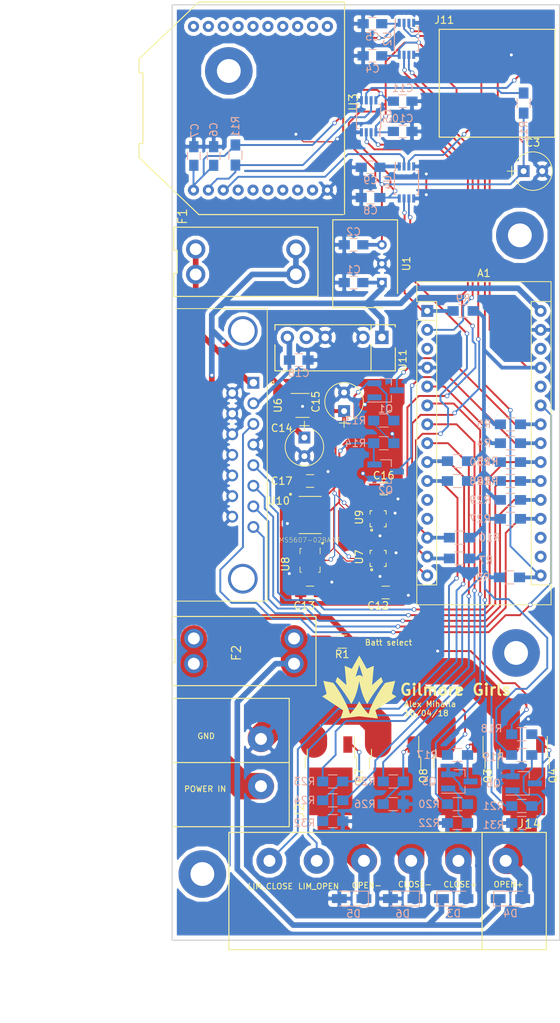
<source format=kicad_pcb>
(kicad_pcb (version 4) (host pcbnew 4.0.7)
  (layers (0 F.Cu signal) (31 B.Cu signal) (34 B.Paste user) (35 F.Paste user) (36 B.SilkS user) (37 F.SilkS user) (38 B.Mask user) (39 F.Mask user) (44 Edge.Cuts user))
  (net 0 "")
  (net 1 /TX)
  (net 2 "Net-(A1-Pad17)")
  (net 3 /RX)
  (net 4 "Net-(A1-Pad18)")
  (net 5 "Net-(A1-Pad3)")
  (net 6 "/Sensors Analog/THERM_1")
  (net 7 CTL_POWER_GND)
  (net 8 "/Sensors Analog/THERM_2")
  (net 9 "/Valve Control/LIM_CLOSE")
  (net 10 "/Sensors Analog/THERM_3")
  (net 11 "/Valve Control/LIM_OPEN")
  (net 12 "/Sensors Analog/THERM_4")
  (net 13 "/Valve Control/HIGH_SIDE_A")
  (net 14 SDA_5V)
  (net 15 "/Valve Control/LOW_SIDE_A")
  (net 16 SCL_5V)
  (net 17 "/Valve Control/HIGH_SIDE_B")
  (net 18 "/Sensors Analog/PRESSURE")
  (net 19 "/Valve Control/LOW_SIDE_B")
  (net 20 "Net-(A1-Pad26)")
  (net 21 "Net-(A1-Pad11)")
  (net 22 +5V)
  (net 23 "Net-(A1-Pad12)")
  (net 24 "Net-(A1-Pad28)")
  (net 25 "/Comms & Logging/CS_5V")
  (net 26 "/Comms & Logging/MOSI_5V")
  (net 27 +11.1V)
  (net 28 "/Comms & Logging/MISO_5V")
  (net 29 "/Comms & Logging/SCK_5V")
  (net 30 +3V3)
  (net 31 +3.0V)
  (net 32 +15V)
  (net 33 VALVE_POWER)
  (net 34 "/Valve Control/CLOSE+")
  (net 35 "/Valve Control/OPEN+")
  (net 36 "/Valve Control/OPEN-")
  (net 37 "/Valve Control/CLOSE-")
  (net 38 CTL_POWER)
  (net 39 "Net-(F2-Pad1)")
  (net 40 "Net-(J11-Pad1)")
  (net 41 "/Comms & Logging/CS_3V3")
  (net 42 "/Comms & Logging/MOSI_3V3")
  (net 43 "/Comms & Logging/SCK_3V3")
  (net 44 "/Comms & Logging/MISO_3V3")
  (net 45 "Net-(J11-Pad8)")
  (net 46 SCL_3V)
  (net 47 SDA_3V)
  (net 48 "Net-(Q3-Pad1)")
  (net 49 "Net-(Q4-Pad1)")
  (net 50 "Net-(Q5-Pad1)")
  (net 51 "Net-(Q6-Pad1)")
  (net 52 "Net-(Q7-Pad1)")
  (net 53 "Net-(Q8-Pad1)")
  (net 54 "/Comms & Logging/XBEE_DOUT_3V3")
  (net 55 "Net-(U3-Pad20)")
  (net 56 "Net-(U3-Pad19)")
  (net 57 "Net-(U3-Pad18)")
  (net 58 "/Comms & Logging/XBEE_DIN_3V3")
  (net 59 "Net-(U3-Pad17)")
  (net 60 "Net-(U3-Pad4)")
  (net 61 "Net-(U3-Pad16)")
  (net 62 "Net-(U3-Pad5)")
  (net 63 "Net-(U3-Pad15)")
  (net 64 "Net-(U3-Pad6)")
  (net 65 "Net-(U3-Pad14)")
  (net 66 "Net-(U3-Pad7)")
  (net 67 "Net-(U3-Pad13)")
  (net 68 "Net-(U3-Pad8)")
  (net 69 "Net-(U3-Pad12)")
  (net 70 "Net-(U3-Pad9)")
  (net 71 "Net-(U3-Pad11)")
  (net 72 "Net-(U6-Pad4)")
  (net 73 "Net-(U7-Pad4)")
  (net 74 "Net-(U7-Pad9)")
  (net 75 "Net-(U7-Pad10)")
  (net 76 "Net-(U7-Pad11)")
  (net 77 "Net-(U8-Pad2)")
  (net 78 "Net-(U8-Pad3)")
  (net 79 "Net-(U8-Pad4)")
  (net 80 "Net-(U8-Pad9)")
  (net 81 "Net-(U8-Pad10)")
  (net 82 "Net-(U8-Pad11)")
  (net 83 "Net-(U9-Pad4)")
  (net 84 "Net-(U9-Pad9)")
  (net 85 "Net-(U9-Pad10)")
  (net 86 "Net-(U9-Pad11)")
  (net 87 "Net-(U10-Pad4)")
  (net 88 "Net-(U10-Pad6)")
  (module Flight_Instr:LSM6DS3HTR (layer F.Cu) (at 111.76 113.538 90)
    (fp_text reference U7 (at 0.2032 -2.54 90) (layer F.SilkS) (effects (font (size 1.00077 1.00077))))
    (fp_text value LSM6DS3HTR hide)
    (pad 1 smd rect (at -1.2 -0.525 90) (size 1.2 0.2) (layers F.Cu F.Paste F.Mask) (net 31 +3.0V))
    (pad 2 smd rect (at -1.2 -0.175 90) (size 1.2 0.2) (layers F.Cu F.Paste F.Mask) (net 7 CTL_POWER_GND))
    (pad 3 smd rect (at -1.2 0.175 90) (size 1.2 0.2) (layers F.Cu F.Paste F.Mask) (net 7 CTL_POWER_GND))
    (pad 4 smd rect (at -1.2 0.525 90) (size 1.2 0.2) (layers F.Cu F.Paste F.Mask) (net 73 "Net-(U7-Pad4)"))
    (pad 5 smd rect (at -0.35 1.2 180) (size 1.2 0.2) (layers F.Cu F.Paste F.Mask) (net 31 +3.0V))
    (pad 6 smd rect (at 0 1.2 180) (size 1.2 0.2) (layers F.Cu F.Paste F.Mask) (net 7 CTL_POWER_GND))
    (pad 7 smd rect (at 0.35 1.2 180) (size 1.2 0.2) (layers F.Cu F.Paste F.Mask) (net 7 CTL_POWER_GND))
    (pad 8 smd rect (at 1.2 0.525 270) (size 1.2 0.2) (layers F.Cu F.Paste F.Mask) (net 31 +3.0V))
    (pad 9 smd rect (at 1.2 0.175 270) (size 1.2 0.2) (layers F.Cu F.Paste F.Mask) (net 74 "Net-(U7-Pad9)"))
    (pad 10 smd rect (at 1.2 -0.175 270) (size 1.2 0.2) (layers F.Cu F.Paste F.Mask) (net 75 "Net-(U7-Pad10)"))
    (pad 11 smd rect (at 1.2 -0.525 270) (size 1.2 0.2) (layers F.Cu F.Paste F.Mask) (net 76 "Net-(U7-Pad11)"))
    (pad 12 smd rect (at 0.35 -1.2) (size 1.2 0.2) (layers F.Cu F.Paste F.Mask) (net 31 +3.0V))
    (pad 13 smd rect (at 0 -1.2) (size 1.2 0.2) (layers F.Cu F.Paste F.Mask) (net 46 SCL_3V))
    (pad 14 smd rect (at -0.35 -1.2) (size 1.2 0.2) (layers F.Cu F.Paste F.Mask) (net 47 SDA_3V))
  )
  (module Flight_Instr:LSM6DS3HTR (layer F.Cu) (at 111.76 108.204 90)
    (fp_text reference U9 (at 0.2032 -2.54 90) (layer F.SilkS) (effects (font (size 1.00077 1.00077))))
    (fp_text value LSM6DS3HTR hide)
    (pad 1 smd rect (at -1.2 -0.525 90) (size 1.2 0.2) (layers F.Cu F.Paste F.Mask) (net 7 CTL_POWER_GND))
    (pad 2 smd rect (at -1.2 -0.175 90) (size 1.2 0.2) (layers F.Cu F.Paste F.Mask) (net 7 CTL_POWER_GND))
    (pad 3 smd rect (at -1.2 0.175 90) (size 1.2 0.2) (layers F.Cu F.Paste F.Mask) (net 7 CTL_POWER_GND))
    (pad 4 smd rect (at -1.2 0.525 90) (size 1.2 0.2) (layers F.Cu F.Paste F.Mask) (net 83 "Net-(U9-Pad4)"))
    (pad 5 smd rect (at -0.35 1.2 180) (size 1.2 0.2) (layers F.Cu F.Paste F.Mask) (net 31 +3.0V))
    (pad 6 smd rect (at 0 1.2 180) (size 1.2 0.2) (layers F.Cu F.Paste F.Mask) (net 7 CTL_POWER_GND))
    (pad 7 smd rect (at 0.35 1.2 180) (size 1.2 0.2) (layers F.Cu F.Paste F.Mask) (net 7 CTL_POWER_GND))
    (pad 8 smd rect (at 1.2 0.525 270) (size 1.2 0.2) (layers F.Cu F.Paste F.Mask) (net 31 +3.0V))
    (pad 9 smd rect (at 1.2 0.175 270) (size 1.2 0.2) (layers F.Cu F.Paste F.Mask) (net 84 "Net-(U9-Pad9)"))
    (pad 10 smd rect (at 1.2 -0.175 270) (size 1.2 0.2) (layers F.Cu F.Paste F.Mask) (net 85 "Net-(U9-Pad10)"))
    (pad 11 smd rect (at 1.2 -0.525 270) (size 1.2 0.2) (layers F.Cu F.Paste F.Mask) (net 86 "Net-(U9-Pad11)"))
    (pad 12 smd rect (at 0.35 -1.2) (size 1.2 0.2) (layers F.Cu F.Paste F.Mask) (net 31 +3.0V))
    (pad 13 smd rect (at 0 -1.2) (size 1.2 0.2) (layers F.Cu F.Paste F.Mask) (net 46 SCL_3V))
    (pad 14 smd rect (at -0.35 -1.2) (size 1.2 0.2) (layers F.Cu F.Paste F.Mask) (net 47 SDA_3V))
  )
  (module Module:Arduino_Nano (layer F.Cu) (at 118.364 80.264)
    (fp_text reference A1 (at 7.62 -5.08) (layer F.SilkS))
    (fp_text value Arduino_Nano_v3.x)
    (pad 1 thru_hole rect (at 0 0) (size 1.6 1.6) (drill 0.8) (layers *.Cu *.Mask) (net 1 /TX))
    (pad 17 thru_hole oval (at 15.24 33.02) (size 1.6 1.6) (drill 0.8) (layers *.Cu *.Mask) (net 2 "Net-(A1-Pad17)"))
    (pad 2 thru_hole oval (at 0 2.54) (size 1.6 1.6) (drill 0.8) (layers *.Cu *.Mask) (net 3 /RX))
    (pad 18 thru_hole oval (at 15.24 30.48) (size 1.6 1.6) (drill 0.8) (layers *.Cu *.Mask) (net 4 "Net-(A1-Pad18)"))
    (pad 3 thru_hole oval (at 0 5.08) (size 1.6 1.6) (drill 0.8) (layers *.Cu *.Mask) (net 5 "Net-(A1-Pad3)"))
    (pad 19 thru_hole oval (at 15.24 27.94) (size 1.6 1.6) (drill 0.8) (layers *.Cu *.Mask) (net 6 "/Sensors Analog/THERM_1"))
    (pad 4 thru_hole oval (at 0 7.62) (size 1.6 1.6) (drill 0.8) (layers *.Cu *.Mask) (net 7 CTL_POWER_GND))
    (pad 20 thru_hole oval (at 15.24 25.4) (size 1.6 1.6) (drill 0.8) (layers *.Cu *.Mask) (net 8 "/Sensors Analog/THERM_2"))
    (pad 5 thru_hole oval (at 0 10.16) (size 1.6 1.6) (drill 0.8) (layers *.Cu *.Mask) (net 17 "/Valve Control/HIGH_SIDE_B"))
    (pad 21 thru_hole oval (at 15.24 22.86) (size 1.6 1.6) (drill 0.8) (layers *.Cu *.Mask) (net 10 "/Sensors Analog/THERM_3"))
    (pad 6 thru_hole oval (at 0 12.7) (size 1.6 1.6) (drill 0.8) (layers *.Cu *.Mask) (net 13 "/Valve Control/HIGH_SIDE_A"))
    (pad 22 thru_hole oval (at 15.24 20.32) (size 1.6 1.6) (drill 0.8) (layers *.Cu *.Mask) (net 12 "/Sensors Analog/THERM_4"))
    (pad 7 thru_hole oval (at 0 15.24) (size 1.6 1.6) (drill 0.8) (layers *.Cu *.Mask) (net 19 "/Valve Control/LOW_SIDE_B"))
    (pad 23 thru_hole oval (at 15.24 17.78) (size 1.6 1.6) (drill 0.8) (layers *.Cu *.Mask) (net 14 SDA_5V))
    (pad 8 thru_hole oval (at 0 17.78) (size 1.6 1.6) (drill 0.8) (layers *.Cu *.Mask) (net 15 "/Valve Control/LOW_SIDE_A"))
    (pad 24 thru_hole oval (at 15.24 15.24) (size 1.6 1.6) (drill 0.8) (layers *.Cu *.Mask) (net 16 SCL_5V))
    (pad 9 thru_hole oval (at 0 20.32) (size 1.6 1.6) (drill 0.8) (layers *.Cu *.Mask) (net 11 "/Valve Control/LIM_OPEN"))
    (pad 25 thru_hole oval (at 15.24 12.7) (size 1.6 1.6) (drill 0.8) (layers *.Cu *.Mask) (net 18 "/Sensors Analog/PRESSURE"))
    (pad 10 thru_hole oval (at 0 22.86) (size 1.6 1.6) (drill 0.8) (layers *.Cu *.Mask) (net 9 "/Valve Control/LIM_CLOSE"))
    (pad 26 thru_hole oval (at 15.24 10.16) (size 1.6 1.6) (drill 0.8) (layers *.Cu *.Mask) (net 20 "Net-(A1-Pad26)"))
    (pad 11 thru_hole oval (at 0 25.4) (size 1.6 1.6) (drill 0.8) (layers *.Cu *.Mask) (net 21 "Net-(A1-Pad11)"))
    (pad 27 thru_hole oval (at 15.24 7.62) (size 1.6 1.6) (drill 0.8) (layers *.Cu *.Mask) (net 22 +5V))
    (pad 12 thru_hole oval (at 0 27.94) (size 1.6 1.6) (drill 0.8) (layers *.Cu *.Mask) (net 23 "Net-(A1-Pad12)"))
    (pad 28 thru_hole oval (at 15.24 5.08) (size 1.6 1.6) (drill 0.8) (layers *.Cu *.Mask) (net 24 "Net-(A1-Pad28)"))
    (pad 13 thru_hole oval (at 0 30.48) (size 1.6 1.6) (drill 0.8) (layers *.Cu *.Mask) (net 25 "/Comms & Logging/CS_5V"))
    (pad 29 thru_hole oval (at 15.24 2.54) (size 1.6 1.6) (drill 0.8) (layers *.Cu *.Mask) (net 7 CTL_POWER_GND))
    (pad 14 thru_hole oval (at 0 33.02) (size 1.6 1.6) (drill 0.8) (layers *.Cu *.Mask) (net 26 "/Comms & Logging/MOSI_5V"))
    (pad 30 thru_hole oval (at 15.24 0) (size 1.6 1.6) (drill 0.8) (layers *.Cu *.Mask) (net 27 +11.1V))
    (pad 15 thru_hole oval (at 0 35.56) (size 1.6 1.6) (drill 0.8) (layers *.Cu *.Mask) (net 28 "/Comms & Logging/MISO_5V"))
    (pad 16 thru_hole oval (at 15.24 35.56) (size 1.6 1.6) (drill 0.8) (layers *.Cu *.Mask) (net 29 "/Comms & Logging/SCK_5V"))
  )
  (module Capacitors_SMD:C_0805_HandSoldering (layer B.Cu) (at 108.458 76.454 180)
    (fp_text reference C1 (at 0 1.75 180) (layer B.SilkS) (effects (justify mirror)))
    (fp_text value 10uF)
    (pad 1 smd rect (at -1.25 0 180) (size 1.5 1.25) (layers B.Cu B.Paste B.Mask) (net 27 +11.1V))
    (pad 2 smd rect (at 1.25 0 180) (size 1.5 1.25) (layers B.Cu B.Paste B.Mask) (net 7 CTL_POWER_GND))
  )
  (module Capacitors_SMD:C_0805_HandSoldering (layer B.Cu) (at 108.458 71.374 180)
    (fp_text reference C2 (at 0 1.75 180) (layer B.SilkS) (effects (justify mirror)))
    (fp_text value 10uF)
    (pad 1 smd rect (at -1.25 0 180) (size 1.5 1.25) (layers B.Cu B.Paste B.Mask) (net 30 +3V3))
    (pad 2 smd rect (at 1.25 0 180) (size 1.5 1.25) (layers B.Cu B.Paste B.Mask) (net 7 CTL_POWER_GND))
  )
  (module Capacitors_SMD:C_0805_HandSoldering (layer B.Cu) (at 110.998 45.974)
    (fp_text reference C4 (at 0 1.75) (layer B.SilkS) (effects (justify mirror)))
    (fp_text value 10nF)
    (pad 1 smd rect (at -1.25 0) (size 1.5 1.25) (layers B.Cu B.Paste B.Mask) (net 7 CTL_POWER_GND))
    (pad 2 smd rect (at 1.25 0) (size 1.5 1.25) (layers B.Cu B.Paste B.Mask) (net 22 +5V))
  )
  (module Capacitors_SMD:C_0805_HandSoldering (layer B.Cu) (at 110.998 41.656)
    (fp_text reference C5 (at 0 1.75) (layer B.SilkS) (effects (justify mirror)))
    (fp_text value 10nF)
    (pad 1 smd rect (at -1.25 0) (size 1.5 1.25) (layers B.Cu B.Paste B.Mask) (net 7 CTL_POWER_GND))
    (pad 2 smd rect (at 1.25 0) (size 1.5 1.25) (layers B.Cu B.Paste B.Mask) (net 30 +3V3))
  )
  (module Capacitors_SMD:C_0805_HandSoldering (layer B.Cu) (at 89.662 59.436 90)
    (fp_text reference C6 (at 3.556 0 90) (layer B.SilkS) (effects (justify mirror)))
    (fp_text value 8.2pF)
    (pad 1 smd rect (at -1.25 0 90) (size 1.5 1.25) (layers B.Cu B.Paste B.Mask) (net 30 +3V3))
    (pad 2 smd rect (at 1.25 0 90) (size 1.5 1.25) (layers B.Cu B.Paste B.Mask) (net 7 CTL_POWER_GND))
  )
  (module Capacitors_SMD:C_0805_HandSoldering (layer B.Cu) (at 86.995 59.436 90)
    (fp_text reference C7 (at 3.429 0.127 90) (layer B.SilkS) (effects (justify mirror)))
    (fp_text value 1uF)
    (pad 1 smd rect (at -1.25 0 90) (size 1.5 1.25) (layers B.Cu B.Paste B.Mask) (net 30 +3V3))
    (pad 2 smd rect (at 1.25 0 90) (size 1.5 1.25) (layers B.Cu B.Paste B.Mask) (net 7 CTL_POWER_GND))
  )
  (module Capacitors_SMD:C_0805_HandSoldering (layer B.Cu) (at 110.744 65.024)
    (fp_text reference C8 (at 0 1.75) (layer B.SilkS) (effects (justify mirror)))
    (fp_text value 10nF)
    (pad 1 smd rect (at -1.25 0) (size 1.5 1.25) (layers B.Cu B.Paste B.Mask) (net 7 CTL_POWER_GND))
    (pad 2 smd rect (at 1.25 0) (size 1.5 1.25) (layers B.Cu B.Paste B.Mask) (net 22 +5V))
  )
  (module Capacitors_SMD:C_0805_HandSoldering (layer B.Cu) (at 110.744 60.96)
    (fp_text reference C9 (at 0 1.75) (layer B.SilkS) (effects (justify mirror)))
    (fp_text value 10nF)
    (pad 1 smd rect (at -1.25 0) (size 1.5 1.25) (layers B.Cu B.Paste B.Mask) (net 7 CTL_POWER_GND))
    (pad 2 smd rect (at 1.25 0) (size 1.5 1.25) (layers B.Cu B.Paste B.Mask) (net 30 +3V3))
  )
  (module Capacitors_SMD:C_0805_HandSoldering (layer B.Cu) (at 115.062 56.134 180)
    (fp_text reference C10 (at 0 1.75 180) (layer B.SilkS) (effects (justify mirror)))
    (fp_text value 10nF)
    (pad 1 smd rect (at -1.25 0 180) (size 1.5 1.25) (layers B.Cu B.Paste B.Mask) (net 7 CTL_POWER_GND))
    (pad 2 smd rect (at 1.25 0 180) (size 1.5 1.25) (layers B.Cu B.Paste B.Mask) (net 22 +5V))
  )
  (module Capacitors_SMD:C_0805_HandSoldering (layer B.Cu) (at 115.062 52.07 180)
    (fp_text reference C11 (at 0 1.75 180) (layer B.SilkS) (effects (justify mirror)))
    (fp_text value 10nF)
    (pad 1 smd rect (at -1.25 0 180) (size 1.5 1.25) (layers B.Cu B.Paste B.Mask) (net 7 CTL_POWER_GND))
    (pad 2 smd rect (at 1.25 0 180) (size 1.5 1.25) (layers B.Cu B.Paste B.Mask) (net 30 +3V3))
  )
  (module Capacitors_SMD:C_0805_HandSoldering (layer F.Cu) (at 112.776 118.11)
    (fp_text reference C12 (at -1.016 1.778) (layer F.SilkS))
    (fp_text value 100nF)
    (pad 1 smd rect (at -1.25 0) (size 1.5 1.25) (layers F.Cu F.Paste F.Mask) (net 31 +3.0V))
    (pad 2 smd rect (at 1.25 0) (size 1.5 1.25) (layers F.Cu F.Paste F.Mask) (net 7 CTL_POWER_GND))
  )
  (module Capacitors_SMD:C_0805_HandSoldering (layer F.Cu) (at 102.616 118.11)
    (fp_text reference C13 (at -0.762 1.778) (layer F.SilkS))
    (fp_text value 100nF)
    (pad 1 smd rect (at -1.25 0) (size 1.5 1.25) (layers F.Cu F.Paste F.Mask) (net 31 +3.0V))
    (pad 2 smd rect (at 1.25 0) (size 1.5 1.25) (layers F.Cu F.Paste F.Mask) (net 7 CTL_POWER_GND))
  )
  (module Capacitors_ThroughHole:CP_Radial_Tantal_D5.0mm_P2.50mm (layer F.Cu) (at 101.854 97.282 270)
    (fp_text reference C14 (at -1.27 3.048 360) (layer F.SilkS))
    (fp_text value 1uF)
    (pad 1 thru_hole rect (at 0 0 270) (size 1.6 1.6) (drill 0.8) (layers *.Cu *.Mask) (net 27 +11.1V))
    (pad 2 thru_hole circle (at 2.5 0 270) (size 1.6 1.6) (drill 0.8) (layers *.Cu *.Mask) (net 7 CTL_POWER_GND))
  )
  (module Capacitors_ThroughHole:CP_Radial_Tantal_D5.0mm_P2.50mm (layer F.Cu) (at 107.188 93.726 90)
    (fp_text reference C15 (at 1.25 -3.81 90) (layer F.SilkS))
    (fp_text value 2.2uF)
    (pad 1 thru_hole rect (at 0 0 90) (size 1.6 1.6) (drill 0.8) (layers *.Cu *.Mask) (net 31 +3.0V))
    (pad 2 thru_hole circle (at 2.5 0 90) (size 1.6 1.6) (drill 0.8) (layers *.Cu *.Mask) (net 7 CTL_POWER_GND))
  )
  (module Capacitors_SMD:C_0805_HandSoldering (layer F.Cu) (at 112.522 104.14)
    (fp_text reference C16 (at 0 -1.75) (layer F.SilkS))
    (fp_text value 100nF)
    (pad 1 smd rect (at -1.25 0) (size 1.5 1.25) (layers F.Cu F.Paste F.Mask) (net 31 +3.0V))
    (pad 2 smd rect (at 1.25 0) (size 1.5 1.25) (layers F.Cu F.Paste F.Mask) (net 7 CTL_POWER_GND))
  )
  (module Capacitors_SMD:C_0805_HandSoldering (layer F.Cu) (at 102.616 103.124)
    (fp_text reference C17 (at -3.81 0) (layer F.SilkS))
    (fp_text value 100nF)
    (pad 1 smd rect (at -1.25 0) (size 1.5 1.25) (layers F.Cu F.Paste F.Mask) (net 31 +3.0V))
    (pad 2 smd rect (at 1.25 0) (size 1.5 1.25) (layers F.Cu F.Paste F.Mask) (net 7 CTL_POWER_GND))
  )
  (module Flight_Instr:D_SOD-123_HandSoldering (layer B.Cu) (at 121.92 159.258)
    (fp_text reference D3 (at 0 2) (layer B.SilkS) (effects (justify mirror)))
    (fp_text value BAS16GWJ)
    (pad 1 smd rect (at -1.65 0) (size 2 1.2) (layers B.Cu B.Paste B.Mask) (net 33 VALVE_POWER))
    (pad 2 smd rect (at 1.65 0) (size 2 1.2) (layers B.Cu B.Paste B.Mask) (net 34 "/Valve Control/CLOSE+"))
  )
  (module Flight_Instr:D_SOD-123_HandSoldering (layer B.Cu) (at 129.54 159.258)
    (fp_text reference D4 (at 0 2) (layer B.SilkS) (effects (justify mirror)))
    (fp_text value BAS16GWJ)
    (pad 1 smd rect (at -1.65 0) (size 2 1.2) (layers B.Cu B.Paste B.Mask) (net 33 VALVE_POWER))
    (pad 2 smd rect (at 1.65 0) (size 2 1.2) (layers B.Cu B.Paste B.Mask) (net 35 "/Valve Control/OPEN+"))
  )
  (module Flight_Instr:D_SOD-123_HandSoldering (layer B.Cu) (at 108.204 159.258 180)
    (fp_text reference D5 (at -0.254 -2.032 180) (layer B.SilkS) (effects (justify mirror)))
    (fp_text value BAS16GWJ)
    (pad 1 smd rect (at -1.65 0 180) (size 2 1.2) (layers B.Cu B.Paste B.Mask) (net 36 "/Valve Control/OPEN-"))
    (pad 2 smd rect (at 1.65 0 180) (size 2 1.2) (layers B.Cu B.Paste B.Mask) (net 7 CTL_POWER_GND))
  )
  (module Flight_Instr:D_SOD-123_HandSoldering (layer B.Cu) (at 115.062 159.258 180)
    (fp_text reference D6 (at 0 -2.032 180) (layer B.SilkS) (effects (justify mirror)))
    (fp_text value BAS16GWJ)
    (pad 1 smd rect (at -1.65 0 180) (size 2 1.2) (layers B.Cu B.Paste B.Mask) (net 37 "/Valve Control/CLOSE-"))
    (pad 2 smd rect (at 1.65 0 180) (size 2 1.2) (layers B.Cu B.Paste B.Mask) (net 7 CTL_POWER_GND))
  )
  (module Flight_Instr:PC_AutoFuse_Holder (layer F.Cu) (at 93.98 73.66)
    (fp_text reference F1 (at -8.509 -6.096 90) (layer F.SilkS) (effects (font (size 1.2 1.2))))
    (fp_text value 0891020.NXS)
    (pad 1 thru_hole circle (at -6.735 -1.7) (size 2.6 2.6) (drill 1.6) (layers *.Cu *.Mask) (net 38 CTL_POWER))
    (pad 1 thru_hole circle (at -6.735 1.7) (size 2.6 2.6) (drill 1.6) (layers *.Cu *.Mask) (net 38 CTL_POWER))
    (pad 2 thru_hole circle (at 6.735 -1.7) (size 2.6 2.6) (drill 1.6) (layers *.Cu *.Mask) (net 27 +11.1V))
    (pad 2 thru_hole circle (at 6.735 1.7) (size 2.6 2.6) (drill 1.6) (layers *.Cu *.Mask) (net 27 +11.1V))
  )
  (module Flight_Instr:PC_AutoFuse_Holder (layer F.Cu) (at 93.726 125.984)
    (fp_text reference F2 (at -1.016 0.254 90) (layer F.SilkS) (effects (font (size 1.2 1.2))))
    (fp_text value 0891020.NXS)
    (pad 1 thru_hole circle (at -6.735 -1.7) (size 2.6 2.6) (drill 1.6) (layers *.Cu *.Mask) (net 39 "Net-(F2-Pad1)"))
    (pad 1 thru_hole circle (at -6.735 1.7) (size 2.6 2.6) (drill 1.6) (layers *.Cu *.Mask) (net 39 "Net-(F2-Pad1)"))
    (pad 2 thru_hole circle (at 6.735 -1.7) (size 2.6 2.6) (drill 1.6) (layers *.Cu *.Mask) (net 33 VALVE_POWER))
    (pad 2 thru_hole circle (at 6.735 1.7) (size 2.6 2.6) (drill 1.6) (layers *.Cu *.Mask) (net 33 VALVE_POWER))
  )
  (module Connector_Dsub:DSUB-15_Male_Horizontal_P2.77x2.84mm_EdgePinOffset7.70mm_Housed_MountingHolesOffset9.12mm (layer F.Cu) (at 94.996 89.916 270)
    (fp_text reference J1 hide)
    (fp_text value "A-DF 15 A/KG-T2S")
    (pad 1 thru_hole rect (at 0 0 270) (size 1.6 1.6) (drill 1) (layers *.Cu *.Mask) (net 38 CTL_POWER))
    (pad 2 thru_hole circle (at 2.77 0 270) (size 1.6 1.6) (drill 1) (layers *.Cu *.Mask) (net 32 +15V))
    (pad 3 thru_hole circle (at 5.54 0 270) (size 1.6 1.6) (drill 1) (layers *.Cu *.Mask) (net 18 "/Sensors Analog/PRESSURE"))
    (pad 4 thru_hole circle (at 8.31 0 270) (size 1.6 1.6) (drill 1) (layers *.Cu *.Mask) (net 7 CTL_POWER_GND))
    (pad 5 thru_hole circle (at 11.08 0 270) (size 1.6 1.6) (drill 1) (layers *.Cu *.Mask) (net 12 "/Sensors Analog/THERM_4"))
    (pad 6 thru_hole circle (at 13.85 0 270) (size 1.6 1.6) (drill 1) (layers *.Cu *.Mask) (net 10 "/Sensors Analog/THERM_3"))
    (pad 7 thru_hole circle (at 16.62 0 270) (size 1.6 1.6) (drill 1) (layers *.Cu *.Mask) (net 8 "/Sensors Analog/THERM_2"))
    (pad 8 thru_hole circle (at 19.39 0 270) (size 1.6 1.6) (drill 1) (layers *.Cu *.Mask) (net 6 "/Sensors Analog/THERM_1"))
    (pad 9 thru_hole circle (at 1.385 2.84 270) (size 1.6 1.6) (drill 1) (layers *.Cu *.Mask) (net 7 CTL_POWER_GND))
    (pad 10 thru_hole circle (at 4.155 2.84 270) (size 1.6 1.6) (drill 1) (layers *.Cu *.Mask) (net 7 CTL_POWER_GND))
    (pad 11 thru_hole circle (at 6.925 2.84 270) (size 1.6 1.6) (drill 1) (layers *.Cu *.Mask) (net 7 CTL_POWER_GND))
    (pad 12 thru_hole circle (at 9.695 2.84 270) (size 1.6 1.6) (drill 1) (layers *.Cu *.Mask) (net 7 CTL_POWER_GND))
    (pad 13 thru_hole circle (at 12.465 2.84 270) (size 1.6 1.6) (drill 1) (layers *.Cu *.Mask) (net 7 CTL_POWER_GND))
    (pad 14 thru_hole circle (at 15.235 2.84 270) (size 1.6 1.6) (drill 1) (layers *.Cu *.Mask) (net 7 CTL_POWER_GND))
    (pad 15 thru_hole circle (at 18.005 2.84 270) (size 1.6 1.6) (drill 1) (layers *.Cu *.Mask) (net 7 CTL_POWER_GND))
    (pad 0 thru_hole circle (at -6.955 1.42 270) (size 4 4) (drill 3.2) (layers *.Cu *.Mask))
    (pad 0 thru_hole circle (at 26.345 1.42 270) (size 4 4) (drill 3.2) (layers *.Cu *.Mask))
  )
  (module Flight_Instr:Barrier_Strip_2Circuit (layer F.Cu) (at 96.012 140.97 90)
    (fp_text reference J2 (at -6.477 5.207 90) (layer F.SilkS) (effects (font (size 1.2 1.2))))
    (fp_text value OSTYK22102030)
    (pad 1 thru_hole circle (at -3.175 0 90) (size 3.5 3.5) (drill 1.6) (layers *.Cu *.Mask) (net 39 "Net-(F2-Pad1)"))
    (pad 2 thru_hole circle (at 3.175 0 90) (size 3.5 3.5) (drill 1.6) (layers *.Cu *.Mask) (net 7 CTL_POWER_GND))
  )
  (module Flight_Instr:WM6698CT-ND (layer F.Cu) (at 134.62 44.958 180)
    (fp_text reference J11 (at 13.97 3.81 180) (layer F.SilkS))
    (fp_text value SD_Card_modified)
    (pad 1 smd rect (at 10.08 -2.6 180) (size 0.8 1.5) (layers F.Cu F.Paste F.Mask) (net 40 "Net-(J11-Pad1)"))
    (pad 2 smd rect (at 8.98 -2.6 180) (size 0.8 1.5) (layers F.Cu F.Paste F.Mask) (net 41 "/Comms & Logging/CS_3V3"))
    (pad 3 smd rect (at 7.88 -2.6 180) (size 0.8 1.5) (layers F.Cu F.Paste F.Mask) (net 42 "/Comms & Logging/MOSI_3V3"))
    (pad 4 smd rect (at 6.78 -2.6 180) (size 0.8 1.5) (layers F.Cu F.Paste F.Mask) (net 30 +3V3))
    (pad 5 smd rect (at 5.68 -2.6 180) (size 0.8 1.5) (layers F.Cu F.Paste F.Mask) (net 43 "/Comms & Logging/SCK_3V3"))
    (pad 6 smd rect (at 4.58 -2.6 180) (size 0.8 1.5) (layers F.Cu F.Paste F.Mask) (net 7 CTL_POWER_GND))
    (pad 7 smd rect (at 3.48 -2.6 180) (size 0.8 1.5) (layers F.Cu F.Paste F.Mask) (net 44 "/Comms & Logging/MISO_3V3"))
    (pad 8 smd rect (at 2.38 -2.6 180) (size 0.8 1.5) (layers F.Cu F.Paste F.Mask) (net 45 "Net-(J11-Pad8)"))
    (pad 9 smd rect (at 13.75 -8.3 180) (size 1.45 2) (layers F.Cu F.Paste F.Mask))
    (pad 9 smd rect (at 0 -8.3 180) (size 1.45 2) (layers F.Cu F.Paste F.Mask))
    (pad 9 smd rect (at 13.75 0 180) (size 1.45 2) (layers F.Cu F.Paste F.Mask))
    (pad 9 smd rect (at 0 0 180) (size 1.45 2) (layers F.Cu F.Paste F.Mask))
  )
  (module Flight_Instr:Barrier_Strip_6Circuit (layer F.Cu) (at 113.03 154.178 180)
    (fp_text reference J14 (at -19.05 4.953 180) (layer F.SilkS) (effects (font (size 1.2 1.2))))
    (fp_text value OSTYK21106030)
    (pad 1 thru_hole circle (at -15.875 0 180) (size 3.5 3.5) (drill 1.6) (layers *.Cu *.Mask) (net 35 "/Valve Control/OPEN+"))
    (pad 2 thru_hole circle (at -9.525 0 180) (size 3.5 3.5) (drill 1.6) (layers *.Cu *.Mask) (net 34 "/Valve Control/CLOSE+"))
    (pad 3 thru_hole circle (at -3.175 0 180) (size 3.5 3.5) (drill 1.6) (layers *.Cu *.Mask) (net 37 "/Valve Control/CLOSE-"))
    (pad 4 thru_hole circle (at 3.175 0 180) (size 3.5 3.5) (drill 1.6) (layers *.Cu *.Mask) (net 36 "/Valve Control/OPEN-"))
    (pad 5 thru_hole circle (at 9.525 0 180) (size 3.5 3.5) (drill 1.6) (layers *.Cu *.Mask) (net 11 "/Valve Control/LIM_OPEN"))
    (pad 6 thru_hole circle (at 15.875 0 180) (size 3.5 3.5) (drill 1.6) (layers *.Cu *.Mask) (net 9 "/Valve Control/LIM_CLOSE"))
  )
  (module TO_SOT_Packages_SMD:SOT-23_Handsoldering (layer B.Cu) (at 112.776 90.932)
    (fp_text reference Q1 (at 0 2.5) (layer B.SilkS) (effects (justify mirror)))
    (fp_text value DMG2302UK)
    (pad 1 smd rect (at -1.5 0.95) (size 1.9 0.8) (layers B.Cu B.Paste B.Mask) (net 31 +3.0V))
    (pad 2 smd rect (at -1.5 -0.95) (size 1.9 0.8) (layers B.Cu B.Paste B.Mask) (net 46 SCL_3V))
    (pad 3 smd rect (at 1.5 0) (size 1.9 0.8) (layers B.Cu B.Paste B.Mask) (net 16 SCL_5V))
  )
  (module TO_SOT_Packages_SMD:SOT-23_Handsoldering (layer B.Cu) (at 112.776 101.854)
    (fp_text reference Q2 (at 0 2.5) (layer B.SilkS) (effects (justify mirror)))
    (fp_text value DMG2302UK)
    (pad 1 smd rect (at -1.5 0.95) (size 1.9 0.8) (layers B.Cu B.Paste B.Mask) (net 31 +3.0V))
    (pad 2 smd rect (at -1.5 -0.95) (size 1.9 0.8) (layers B.Cu B.Paste B.Mask) (net 47 SDA_3V))
    (pad 3 smd rect (at 1.5 0) (size 1.9 0.8) (layers B.Cu B.Paste B.Mask) (net 14 SDA_5V))
  )
  (module TO_SOT_Packages_SMD:TO-252-2 (layer F.Cu) (at 122.682 142.748 270)
    (fp_text reference Q3 (at 0 -3.81 270) (layer F.SilkS))
    (fp_text value AOD417)
    (pad 1 smd rect (at -4.2 -2.28 270) (size 2.2 1.2) (layers F.Cu F.Paste F.Mask) (net 48 "Net-(Q3-Pad1)"))
    (pad 3 smd rect (at -4.2 2.28 270) (size 2.2 1.2) (layers F.Cu F.Paste F.Mask) (net 33 VALVE_POWER))
    (pad 2 smd rect (at 2.1 0 270) (size 6.4 5.8) (layers F.Cu F.Mask) (net 34 "/Valve Control/CLOSE+"))
    (pad 2 smd rect (at 3.775 1.525 270) (size 3.05 2.75) (layers F.Cu F.Paste) (net 34 "/Valve Control/CLOSE+"))
    (pad 2 smd rect (at 0.425 -1.525 270) (size 3.05 2.75) (layers F.Cu F.Paste) (net 34 "/Valve Control/CLOSE+"))
    (pad 2 smd rect (at 3.775 -1.525 270) (size 3.05 2.75) (layers F.Cu F.Paste) (net 34 "/Valve Control/CLOSE+"))
    (pad 2 smd rect (at 0.425 1.525 270) (size 3.05 2.75) (layers F.Cu F.Paste) (net 34 "/Valve Control/CLOSE+"))
  )
  (module TO_SOT_Packages_SMD:TO-252-2 (layer F.Cu) (at 131.318 142.748 270)
    (fp_text reference Q4 (at 0 -3.937 270) (layer F.SilkS))
    (fp_text value AOD417)
    (pad 1 smd rect (at -4.2 -2.28 270) (size 2.2 1.2) (layers F.Cu F.Paste F.Mask) (net 49 "Net-(Q4-Pad1)"))
    (pad 3 smd rect (at -4.2 2.28 270) (size 2.2 1.2) (layers F.Cu F.Paste F.Mask) (net 33 VALVE_POWER))
    (pad 2 smd rect (at 2.1 0 270) (size 6.4 5.8) (layers F.Cu F.Mask) (net 35 "/Valve Control/OPEN+"))
    (pad 2 smd rect (at 3.775 1.525 270) (size 3.05 2.75) (layers F.Cu F.Paste) (net 35 "/Valve Control/OPEN+"))
    (pad 2 smd rect (at 0.425 -1.525 270) (size 3.05 2.75) (layers F.Cu F.Paste) (net 35 "/Valve Control/OPEN+"))
    (pad 2 smd rect (at 3.775 -1.525 270) (size 3.05 2.75) (layers F.Cu F.Paste) (net 35 "/Valve Control/OPEN+"))
    (pad 2 smd rect (at 0.425 1.525 270) (size 3.05 2.75) (layers F.Cu F.Paste) (net 35 "/Valve Control/OPEN+"))
  )
  (module TO_SOT_Packages_SMD:SOT-23_Handsoldering (layer B.Cu) (at 122.682 143.51)
    (fp_text reference Q5 (at -4.064 0) (layer B.SilkS) (effects (justify mirror)))
    (fp_text value DMG2302UK)
    (pad 1 smd rect (at -1.5 0.95) (size 1.9 0.8) (layers B.Cu B.Paste B.Mask) (net 50 "Net-(Q5-Pad1)"))
    (pad 2 smd rect (at -1.5 -0.95) (size 1.9 0.8) (layers B.Cu B.Paste B.Mask) (net 7 CTL_POWER_GND))
    (pad 3 smd rect (at 1.5 0) (size 1.9 0.8) (layers B.Cu B.Paste B.Mask) (net 48 "Net-(Q3-Pad1)"))
  )
  (module TO_SOT_Packages_SMD:SOT-23_Handsoldering (layer B.Cu) (at 131.318 143.764)
    (fp_text reference Q6 (at -4.064 0) (layer B.SilkS) (effects (justify mirror)))
    (fp_text value DMG2302UK)
    (pad 1 smd rect (at -1.5 0.95) (size 1.9 0.8) (layers B.Cu B.Paste B.Mask) (net 51 "Net-(Q6-Pad1)"))
    (pad 2 smd rect (at -1.5 -0.95) (size 1.9 0.8) (layers B.Cu B.Paste B.Mask) (net 7 CTL_POWER_GND))
    (pad 3 smd rect (at 1.5 0) (size 1.9 0.8) (layers B.Cu B.Paste B.Mask) (net 49 "Net-(Q4-Pad1)"))
  )
  (module TO_SOT_Packages_SMD:TO-252-2 (layer F.Cu) (at 105.41 142.748 270)
    (fp_text reference Q7 (at 0 -3.81 270) (layer F.SilkS))
    (fp_text value AOD476)
    (pad 1 smd rect (at -4.2 -2.28 270) (size 2.2 1.2) (layers F.Cu F.Paste F.Mask) (net 52 "Net-(Q7-Pad1)"))
    (pad 3 smd rect (at -4.2 2.28 270) (size 2.2 1.2) (layers F.Cu F.Paste F.Mask) (net 7 CTL_POWER_GND))
    (pad 2 smd rect (at 2.1 0 270) (size 6.4 5.8) (layers F.Cu F.Mask) (net 36 "/Valve Control/OPEN-"))
    (pad 2 smd rect (at 3.775 1.525 270) (size 3.05 2.75) (layers F.Cu F.Paste) (net 36 "/Valve Control/OPEN-"))
    (pad 2 smd rect (at 0.425 -1.525 270) (size 3.05 2.75) (layers F.Cu F.Paste) (net 36 "/Valve Control/OPEN-"))
    (pad 2 smd rect (at 3.775 -1.525 270) (size 3.05 2.75) (layers F.Cu F.Paste) (net 36 "/Valve Control/OPEN-"))
    (pad 2 smd rect (at 0.425 1.525 270) (size 3.05 2.75) (layers F.Cu F.Paste) (net 36 "/Valve Control/OPEN-"))
  )
  (module TO_SOT_Packages_SMD:TO-252-2 (layer F.Cu) (at 114.046 142.748 270)
    (fp_text reference Q8 (at 0 -3.81 270) (layer F.SilkS))
    (fp_text value AOD476)
    (pad 1 smd rect (at -4.2 -2.28 270) (size 2.2 1.2) (layers F.Cu F.Paste F.Mask) (net 53 "Net-(Q8-Pad1)"))
    (pad 3 smd rect (at -4.2 2.28 270) (size 2.2 1.2) (layers F.Cu F.Paste F.Mask) (net 7 CTL_POWER_GND))
    (pad 2 smd rect (at 2.1 0 270) (size 6.4 5.8) (layers F.Cu F.Mask) (net 37 "/Valve Control/CLOSE-"))
    (pad 2 smd rect (at 3.775 1.525 270) (size 3.05 2.75) (layers F.Cu F.Paste) (net 37 "/Valve Control/CLOSE-"))
    (pad 2 smd rect (at 0.425 -1.525 270) (size 3.05 2.75) (layers F.Cu F.Paste) (net 37 "/Valve Control/CLOSE-"))
    (pad 2 smd rect (at 3.775 -1.525 270) (size 3.05 2.75) (layers F.Cu F.Paste) (net 37 "/Valve Control/CLOSE-"))
    (pad 2 smd rect (at 0.425 1.525 270) (size 3.05 2.75) (layers F.Cu F.Paste) (net 37 "/Valve Control/CLOSE-"))
  )
  (module Resistors_SMD:R_0805_HandSoldering (layer F.Cu) (at 106.934 124.714 180)
    (fp_text reference R1 (at 0 -1.7 180) (layer F.SilkS))
    (fp_text value R)
    (pad 1 smd rect (at -1.35 0 180) (size 1.5 1.3) (layers F.Cu F.Paste F.Mask) (net 27 +11.1V))
    (pad 2 smd rect (at 1.35 0 180) (size 1.5 1.3) (layers F.Cu F.Paste F.Mask) (net 33 VALVE_POWER))
  )
  (module Resistors_SMD:R_0805_HandSoldering (layer B.Cu) (at 129.54 98.044)
    (fp_text reference R4 (at -3.556 0) (layer B.SilkS) (effects (justify mirror)))
    (fp_text value 10K)
    (pad 1 smd rect (at -1.35 0) (size 1.5 1.3) (layers B.Cu B.Paste B.Mask) (net 22 +5V))
    (pad 2 smd rect (at 1.35 0) (size 1.5 1.3) (layers B.Cu B.Paste B.Mask) (net 14 SDA_5V))
  )
  (module Resistors_SMD:R_0805_HandSoldering (layer B.Cu) (at 129.54 95.504)
    (fp_text reference R5 (at -3.556 0) (layer B.SilkS) (effects (justify mirror)))
    (fp_text value 10K)
    (pad 1 smd rect (at -1.35 0) (size 1.5 1.3) (layers B.Cu B.Paste B.Mask) (net 22 +5V))
    (pad 2 smd rect (at 1.35 0) (size 1.5 1.3) (layers B.Cu B.Paste B.Mask) (net 16 SCL_5V))
  )
  (module Resistors_SMD:R_0805_HandSoldering (layer B.Cu) (at 122.682 113.538 180)
    (fp_text reference R7 (at -3.556 -0.254 180) (layer B.SilkS) (effects (justify mirror)))
    (fp_text value 10K)
    (pad 1 smd rect (at -1.35 0 180) (size 1.5 1.3) (layers B.Cu B.Paste B.Mask) (net 22 +5V))
    (pad 2 smd rect (at 1.35 0 180) (size 1.5 1.3) (layers B.Cu B.Paste B.Mask) (net 26 "/Comms & Logging/MOSI_5V"))
  )
  (module Resistors_SMD:R_0805_HandSoldering (layer B.Cu) (at 129.413 116.078)
    (fp_text reference R8 (at -3.556 0) (layer B.SilkS) (effects (justify mirror)))
    (fp_text value 10K)
    (pad 1 smd rect (at -1.35 0) (size 1.5 1.3) (layers B.Cu B.Paste B.Mask) (net 22 +5V))
    (pad 2 smd rect (at 1.35 0) (size 1.5 1.3) (layers B.Cu B.Paste B.Mask) (net 29 "/Comms & Logging/SCK_5V"))
  )
  (module Resistors_SMD:R_0805_HandSoldering (layer B.Cu) (at 123.19 80.264 180)
    (fp_text reference R9 (at 0 1.7 180) (layer B.SilkS) (effects (justify mirror)))
    (fp_text value 10K)
    (pad 1 smd rect (at -1.35 0 180) (size 1.5 1.3) (layers B.Cu B.Paste B.Mask) (net 22 +5V))
    (pad 2 smd rect (at 1.35 0 180) (size 1.5 1.3) (layers B.Cu B.Paste B.Mask) (net 1 /TX))
  )
  (module Resistors_SMD:R_0805_HandSoldering (layer B.Cu) (at 122.682 110.744 180)
    (fp_text reference R10 (at -4.064 0 180) (layer B.SilkS) (effects (justify mirror)))
    (fp_text value 10K)
    (pad 1 smd rect (at -1.35 0 180) (size 1.5 1.3) (layers B.Cu B.Paste B.Mask) (net 22 +5V))
    (pad 2 smd rect (at 1.35 0 180) (size 1.5 1.3) (layers B.Cu B.Paste B.Mask) (net 25 "/Comms & Logging/CS_5V"))
  )
  (module Resistors_SMD:R_0805_HandSoldering (layer B.Cu) (at 92.583 59.309 270)
    (fp_text reference R11 (at -3.81 0 270) (layer B.SilkS) (effects (justify mirror)))
    (fp_text value 10K)
    (pad 1 smd rect (at -1.35 0 270) (size 1.5 1.3) (layers B.Cu B.Paste B.Mask) (net 30 +3V3))
    (pad 2 smd rect (at 1.35 0 270) (size 1.5 1.3) (layers B.Cu B.Paste B.Mask) (net 54 "/Comms & Logging/XBEE_DOUT_3V3"))
  )
  (module Resistors_SMD:R_0805_HandSoldering (layer B.Cu) (at 131.318 52.324 90)
    (fp_text reference R12 (at -3.81 0 90) (layer B.SilkS) (effects (justify mirror)))
    (fp_text value 10K)
    (pad 1 smd rect (at -1.35 0 90) (size 1.5 1.3) (layers B.Cu B.Paste B.Mask) (net 30 +3V3))
    (pad 2 smd rect (at 1.35 0 90) (size 1.5 1.3) (layers B.Cu B.Paste B.Mask) (net 44 "/Comms & Logging/MISO_3V3"))
  )
  (module Resistors_SMD:R_0805_HandSoldering (layer B.Cu) (at 112.522 94.996)
    (fp_text reference R13 (at -3.81 0) (layer B.SilkS) (effects (justify mirror)))
    (fp_text value 10K)
    (pad 1 smd rect (at -1.35 0) (size 1.5 1.3) (layers B.Cu B.Paste B.Mask) (net 31 +3.0V))
    (pad 2 smd rect (at 1.35 0) (size 1.5 1.3) (layers B.Cu B.Paste B.Mask) (net 46 SCL_3V))
  )
  (module Resistors_SMD:R_0805_HandSoldering (layer B.Cu) (at 112.522 98.044 180)
    (fp_text reference R14 (at 3.81 0 180) (layer B.SilkS) (effects (justify mirror)))
    (fp_text value 10K)
    (pad 1 smd rect (at -1.35 0 180) (size 1.5 1.3) (layers B.Cu B.Paste B.Mask) (net 31 +3.0V))
    (pad 2 smd rect (at 1.35 0 180) (size 1.5 1.3) (layers B.Cu B.Paste B.Mask) (net 47 SDA_3V))
  )
  (module Resistors_SMD:R_0805_HandSoldering (layer B.Cu) (at 122.428 100.457 180)
    (fp_text reference R15 (at -4.064 0 180) (layer B.SilkS) (effects (justify mirror)))
    (fp_text value 10K)
    (pad 1 smd rect (at -1.35 0 180) (size 1.5 1.3) (layers B.Cu B.Paste B.Mask) (net 22 +5V))
    (pad 2 smd rect (at 1.35 0 180) (size 1.5 1.3) (layers B.Cu B.Paste B.Mask) (net 11 "/Valve Control/LIM_OPEN"))
  )
  (module Resistors_SMD:R_0805_HandSoldering (layer B.Cu) (at 122.428 103.124 180)
    (fp_text reference R16 (at -4.064 0 180) (layer B.SilkS) (effects (justify mirror)))
    (fp_text value 10K)
    (pad 1 smd rect (at -1.35 0 180) (size 1.5 1.3) (layers B.Cu B.Paste B.Mask) (net 22 +5V))
    (pad 2 smd rect (at 1.35 0 180) (size 1.5 1.3) (layers B.Cu B.Paste B.Mask) (net 9 "/Valve Control/LIM_CLOSE"))
  )
  (module Resistors_SMD:R_0805_HandSoldering (layer B.Cu) (at 122.428 139.954)
    (fp_text reference R17 (at -4.064 0) (layer B.SilkS) (effects (justify mirror)))
    (fp_text value R)
    (pad 1 smd rect (at -1.35 0) (size 1.5 1.3) (layers B.Cu B.Paste B.Mask) (net 33 VALVE_POWER))
    (pad 2 smd rect (at 1.35 0) (size 1.5 1.3) (layers B.Cu B.Paste B.Mask) (net 48 "Net-(Q3-Pad1)"))
  )
  (module Resistors_SMD:R_0805_HandSoldering (layer B.Cu) (at 131.064 137.16)
    (fp_text reference R18 (at -4.064 -0.762) (layer B.SilkS) (effects (justify mirror)))
    (fp_text value R)
    (pad 1 smd rect (at -1.35 0) (size 1.5 1.3) (layers B.Cu B.Paste B.Mask) (net 33 VALVE_POWER))
    (pad 2 smd rect (at 1.35 0) (size 1.5 1.3) (layers B.Cu B.Paste B.Mask) (net 49 "Net-(Q4-Pad1)"))
  )
  (module Resistors_SMD:R_0805_HandSoldering (layer B.Cu) (at 131.064 139.954)
    (fp_text reference R19 (at -3.81 0.254) (layer B.SilkS) (effects (justify mirror)))
    (fp_text value 10K)
    (pad 1 smd rect (at -1.35 0) (size 1.5 1.3) (layers B.Cu B.Paste B.Mask) (net 22 +5V))
    (pad 2 smd rect (at 1.35 0) (size 1.5 1.3) (layers B.Cu B.Paste B.Mask) (net 51 "Net-(Q6-Pad1)"))
  )
  (module Resistors_SMD:R_0805_HandSoldering (layer B.Cu) (at 122.428 146.558 180)
    (fp_text reference R20 (at 3.81 0 180) (layer B.SilkS) (effects (justify mirror)))
    (fp_text value 270)
    (pad 1 smd rect (at -1.35 0 180) (size 1.5 1.3) (layers B.Cu B.Paste B.Mask) (net 50 "Net-(Q5-Pad1)"))
    (pad 2 smd rect (at 1.35 0 180) (size 1.5 1.3) (layers B.Cu B.Paste B.Mask) (net 13 "/Valve Control/HIGH_SIDE_A"))
  )
  (module Resistors_SMD:R_0805_HandSoldering (layer B.Cu) (at 131.064 146.812)
    (fp_text reference R21 (at -3.81 0) (layer B.SilkS) (effects (justify mirror)))
    (fp_text value 270)
    (pad 1 smd rect (at -1.35 0) (size 1.5 1.3) (layers B.Cu B.Paste B.Mask) (net 17 "/Valve Control/HIGH_SIDE_B"))
    (pad 2 smd rect (at 1.35 0) (size 1.5 1.3) (layers B.Cu B.Paste B.Mask) (net 51 "Net-(Q6-Pad1)"))
  )
  (module Resistors_SMD:R_0805_HandSoldering (layer B.Cu) (at 122.428 149.098 180)
    (fp_text reference R22 (at 3.81 0 180) (layer B.SilkS) (effects (justify mirror)))
    (fp_text value 10K)
    (pad 1 smd rect (at -1.35 0 180) (size 1.5 1.3) (layers B.Cu B.Paste B.Mask) (net 50 "Net-(Q5-Pad1)"))
    (pad 2 smd rect (at 1.35 0 180) (size 1.5 1.3) (layers B.Cu B.Paste B.Mask) (net 7 CTL_POWER_GND))
  )
  (module Resistors_SMD:R_0805_HandSoldering (layer B.Cu) (at 105.664 143.51)
    (fp_text reference R23 (at -3.81 0) (layer B.SilkS) (effects (justify mirror)))
    (fp_text value 10K)
    (pad 1 smd rect (at -1.35 0) (size 1.5 1.3) (layers B.Cu B.Paste B.Mask) (net 22 +5V))
    (pad 2 smd rect (at 1.35 0) (size 1.5 1.3) (layers B.Cu B.Paste B.Mask) (net 52 "Net-(Q7-Pad1)"))
  )
  (module Resistors_SMD:R_0805_HandSoldering (layer B.Cu) (at 105.664 146.05)
    (fp_text reference R24 (at -3.81 0) (layer B.SilkS) (effects (justify mirror)))
    (fp_text value 270)
    (pad 1 smd rect (at -1.35 0) (size 1.5 1.3) (layers B.Cu B.Paste B.Mask) (net 52 "Net-(Q7-Pad1)"))
    (pad 2 smd rect (at 1.35 0) (size 1.5 1.3) (layers B.Cu B.Paste B.Mask) (net 15 "/Valve Control/LOW_SIDE_A"))
  )
  (module Resistors_SMD:R_0805_HandSoldering (layer B.Cu) (at 113.792 143.51)
    (fp_text reference R25 (at -3.81 0) (layer B.SilkS) (effects (justify mirror)))
    (fp_text value 270)
    (pad 1 smd rect (at -1.35 0) (size 1.5 1.3) (layers B.Cu B.Paste B.Mask) (net 19 "/Valve Control/LOW_SIDE_B"))
    (pad 2 smd rect (at 1.35 0) (size 1.5 1.3) (layers B.Cu B.Paste B.Mask) (net 53 "Net-(Q8-Pad1)"))
  )
  (module Resistors_SMD:R_0805_HandSoldering (layer B.Cu) (at 113.792 146.558)
    (fp_text reference R26 (at -3.81 0) (layer B.SilkS) (effects (justify mirror)))
    (fp_text value 10K)
    (pad 1 smd rect (at -1.35 0) (size 1.5 1.3) (layers B.Cu B.Paste B.Mask) (net 53 "Net-(Q8-Pad1)"))
    (pad 2 smd rect (at 1.35 0) (size 1.5 1.3) (layers B.Cu B.Paste B.Mask) (net 7 CTL_POWER_GND))
  )
  (module Resistors_SMD:R_0805_HandSoldering (layer B.Cu) (at 129.54 108.204)
    (fp_text reference R27 (at -4.064 0) (layer B.SilkS) (effects (justify mirror)))
    (fp_text value R)
    (pad 1 smd rect (at -1.35 0) (size 1.5 1.3) (layers B.Cu B.Paste B.Mask) (net 22 +5V))
    (pad 2 smd rect (at 1.35 0) (size 1.5 1.3) (layers B.Cu B.Paste B.Mask) (net 6 "/Sensors Analog/THERM_1"))
  )
  (module Resistors_SMD:R_0805_HandSoldering (layer B.Cu) (at 129.54 103.124)
    (fp_text reference R28 (at -4.064 0) (layer B.SilkS) (effects (justify mirror)))
    (fp_text value R)
    (pad 1 smd rect (at -1.35 0) (size 1.5 1.3) (layers B.Cu B.Paste B.Mask) (net 22 +5V))
    (pad 2 smd rect (at 1.35 0) (size 1.5 1.3) (layers B.Cu B.Paste B.Mask) (net 10 "/Sensors Analog/THERM_3"))
  )
  (module Resistors_SMD:R_0805_HandSoldering (layer B.Cu) (at 129.54 105.664)
    (fp_text reference R29 (at -4.064 0) (layer B.SilkS) (effects (justify mirror)))
    (fp_text value R)
    (pad 1 smd rect (at -1.35 0) (size 1.5 1.3) (layers B.Cu B.Paste B.Mask) (net 22 +5V))
    (pad 2 smd rect (at 1.35 0) (size 1.5 1.3) (layers B.Cu B.Paste B.Mask) (net 8 "/Sensors Analog/THERM_2"))
  )
  (module Resistors_SMD:R_0805_HandSoldering (layer B.Cu) (at 129.54 100.584)
    (fp_text reference R30 (at -4.064 0) (layer B.SilkS) (effects (justify mirror)))
    (fp_text value R)
    (pad 1 smd rect (at -1.35 0) (size 1.5 1.3) (layers B.Cu B.Paste B.Mask) (net 22 +5V))
    (pad 2 smd rect (at 1.35 0) (size 1.5 1.3) (layers B.Cu B.Paste B.Mask) (net 12 "/Sensors Analog/THERM_4"))
  )
  (module Resistors_SMD:R_0805_HandSoldering (layer B.Cu) (at 131.064 149.098 180)
    (fp_text reference R31 (at 3.81 -0.254 180) (layer B.SilkS) (effects (justify mirror)))
    (fp_text value 10K)
    (pad 1 smd rect (at -1.35 0 180) (size 1.5 1.3) (layers B.Cu B.Paste B.Mask) (net 51 "Net-(Q6-Pad1)"))
    (pad 2 smd rect (at 1.35 0 180) (size 1.5 1.3) (layers B.Cu B.Paste B.Mask) (net 7 CTL_POWER_GND))
  )
  (module Resistors_SMD:R_0805_HandSoldering (layer B.Cu) (at 105.664 148.844)
    (fp_text reference R32 (at -3.81 0.254) (layer B.SilkS) (effects (justify mirror)))
    (fp_text value 10K)
    (pad 1 smd rect (at -1.35 0) (size 1.5 1.3) (layers B.Cu B.Paste B.Mask) (net 52 "Net-(Q7-Pad1)"))
    (pad 2 smd rect (at 1.35 0) (size 1.5 1.3) (layers B.Cu B.Paste B.Mask) (net 7 CTL_POWER_GND))
  )
  (module Package_SIP:SIP3_11.6x8.5mm (layer F.Cu) (at 112.268 76.454 90)
    (fp_text reference U1 (at 2.54 3.3 270) (layer F.SilkS))
    (fp_text value R-78E3.3-0.5)
    (pad 3 thru_hole circle (at 5.08 0) (size 1.3 1.3) (drill 0.7) (layers *.Cu *.Mask) (net 30 +3V3))
    (pad 1 thru_hole rect (at 0 0) (size 1.3 1.3) (drill 0.7) (layers *.Cu *.Mask) (net 27 +11.1V))
    (pad 2 thru_hole circle (at 2.54 0 270) (size 1.3 1.3) (drill 0.7) (layers *.Cu *.Mask) (net 7 CTL_POWER_GND))
  )
  (module Housings_SSOP:TSSOP-8_3x3mm_Pitch0.65mm (layer B.Cu) (at 115.57 43.688 270)
    (fp_text reference U2 (at 0 2.55 270) (layer B.SilkS) (effects (justify mirror)))
    (fp_text value SN74LVC2T45)
    (pad 1 smd rect (at -2.15 0.975 270) (size 1.1 0.4) (layers B.Cu B.Paste B.Mask) (net 30 +3V3))
    (pad 2 smd rect (at -2.15 0.325 270) (size 1.1 0.4) (layers B.Cu B.Paste B.Mask) (net 42 "/Comms & Logging/MOSI_3V3"))
    (pad 3 smd rect (at -2.15 -0.325 270) (size 1.1 0.4) (layers B.Cu B.Paste B.Mask) (net 43 "/Comms & Logging/SCK_3V3"))
    (pad 4 smd rect (at -2.15 -0.975 270) (size 1.1 0.4) (layers B.Cu B.Paste B.Mask) (net 7 CTL_POWER_GND))
    (pad 5 smd rect (at 2.15 -0.975 270) (size 1.1 0.4) (layers B.Cu B.Paste B.Mask) (net 7 CTL_POWER_GND))
    (pad 6 smd rect (at 2.15 -0.325 270) (size 1.1 0.4) (layers B.Cu B.Paste B.Mask) (net 29 "/Comms & Logging/SCK_5V"))
    (pad 7 smd rect (at 2.15 0.325 270) (size 1.1 0.4) (layers B.Cu B.Paste B.Mask) (net 26 "/Comms & Logging/MOSI_5V"))
    (pad 8 smd rect (at 2.15 0.975 270) (size 1.1 0.4) (layers B.Cu B.Paste B.Mask) (net 22 +5V))
  )
  (module Flight_Instr:Xbee_SC1 (layer F.Cu) (at 90.424 51.816 90)
    (fp_text reference U3 (at -0.381 18.034 90) (layer F.SilkS) (effects (font (size 1.2 1.2))))
    (fp_text value XBEE_SC1)
    (pad 20 thru_hole circle (at 9.7935 -3.4755) (size 1.5 1.5) (drill 0.711) (layers *.Cu *.Mask) (net 55 "Net-(U3-Pad20)"))
    (pad 1 thru_hole circle (at -12.2065 -3.4755) (size 1.5 1.5) (drill 0.711) (layers *.Cu *.Mask) (net 30 +3V3))
    (pad 19 thru_hole circle (at 9.7935 -1.4755) (size 1.5 1.5) (drill 0.711) (layers *.Cu *.Mask) (net 56 "Net-(U3-Pad19)"))
    (pad 2 thru_hole circle (at -12.2065 -1.4755) (size 1.5 1.5) (drill 0.711) (layers *.Cu *.Mask) (net 54 "/Comms & Logging/XBEE_DOUT_3V3"))
    (pad 18 thru_hole circle (at 9.7935 0.5245) (size 1.5 1.5) (drill 0.711) (layers *.Cu *.Mask) (net 57 "Net-(U3-Pad18)"))
    (pad 3 thru_hole circle (at -12.2065 0.5245) (size 1.5 1.5) (drill 0.711) (layers *.Cu *.Mask) (net 58 "/Comms & Logging/XBEE_DIN_3V3"))
    (pad 17 thru_hole circle (at 9.7935 2.5245) (size 1.5 1.5) (drill 0.711) (layers *.Cu *.Mask) (net 59 "Net-(U3-Pad17)"))
    (pad 4 thru_hole circle (at -12.2065 2.5245) (size 1.5 1.5) (drill 0.711) (layers *.Cu *.Mask) (net 60 "Net-(U3-Pad4)"))
    (pad 16 thru_hole circle (at 9.7935 4.5245) (size 1.5 1.5) (drill 0.711) (layers *.Cu *.Mask) (net 61 "Net-(U3-Pad16)"))
    (pad 5 thru_hole circle (at -12.2065 4.5245) (size 1.5 1.5) (drill 0.711) (layers *.Cu *.Mask) (net 62 "Net-(U3-Pad5)"))
    (pad 15 thru_hole circle (at 9.7935 6.5245) (size 1.5 1.5) (drill 0.711) (layers *.Cu *.Mask) (net 63 "Net-(U3-Pad15)"))
    (pad 6 thru_hole circle (at -12.2065 6.5245) (size 1.5 1.5) (drill 0.711) (layers *.Cu *.Mask) (net 64 "Net-(U3-Pad6)"))
    (pad 14 thru_hole circle (at 9.7935 8.5245) (size 1.5 1.5) (drill 0.711) (layers *.Cu *.Mask) (net 65 "Net-(U3-Pad14)"))
    (pad 7 thru_hole circle (at -12.2065 8.5245) (size 1.5 1.5) (drill 0.711) (layers *.Cu *.Mask) (net 66 "Net-(U3-Pad7)"))
    (pad 13 thru_hole circle (at 9.7935 10.5245) (size 1.5 1.5) (drill 0.711) (layers *.Cu *.Mask) (net 67 "Net-(U3-Pad13)"))
    (pad 8 thru_hole circle (at -12.2065 10.5245) (size 1.5 1.5) (drill 0.711) (layers *.Cu *.Mask) (net 68 "Net-(U3-Pad8)"))
    (pad 12 thru_hole circle (at 9.7935 12.5245) (size 1.5 1.5) (drill 0.711) (layers *.Cu *.Mask) (net 69 "Net-(U3-Pad12)"))
    (pad 9 thru_hole circle (at -12.2065 12.5245) (size 1.5 1.5) (drill 0.711) (layers *.Cu *.Mask) (net 70 "Net-(U3-Pad9)"))
    (pad 11 thru_hole circle (at 9.7935 14.5245) (size 1.5 1.5) (drill 0.711) (layers *.Cu *.Mask) (net 71 "Net-(U3-Pad11)"))
    (pad 10 thru_hole circle (at -12.2065 14.5245) (size 1.5 1.5) (drill 0.711) (layers *.Cu *.Mask) (net 7 CTL_POWER_GND))
  )
  (module Housings_SSOP:TSSOP-8_3x3mm_Pitch0.65mm (layer B.Cu) (at 115.57 62.992 270)
    (fp_text reference U4 (at 0 2.55 270) (layer B.SilkS) (effects (justify mirror)))
    (fp_text value SN74LVC2T45)
    (pad 1 smd rect (at -2.15 0.975 270) (size 1.1 0.4) (layers B.Cu B.Paste B.Mask) (net 30 +3V3))
    (pad 2 smd rect (at -2.15 0.325 270) (size 1.1 0.4) (layers B.Cu B.Paste B.Mask) (net 58 "/Comms & Logging/XBEE_DIN_3V3"))
    (pad 3 smd rect (at -2.15 -0.325 270) (size 1.1 0.4) (layers B.Cu B.Paste B.Mask) (net 41 "/Comms & Logging/CS_3V3"))
    (pad 4 smd rect (at -2.15 -0.975 270) (size 1.1 0.4) (layers B.Cu B.Paste B.Mask) (net 7 CTL_POWER_GND))
    (pad 5 smd rect (at 2.15 -0.975 270) (size 1.1 0.4) (layers B.Cu B.Paste B.Mask) (net 7 CTL_POWER_GND))
    (pad 6 smd rect (at 2.15 -0.325 270) (size 1.1 0.4) (layers B.Cu B.Paste B.Mask) (net 25 "/Comms & Logging/CS_5V"))
    (pad 7 smd rect (at 2.15 0.325 270) (size 1.1 0.4) (layers B.Cu B.Paste B.Mask) (net 1 /TX))
    (pad 8 smd rect (at 2.15 0.975 270) (size 1.1 0.4) (layers B.Cu B.Paste B.Mask) (net 22 +5V))
  )
  (module Housings_SSOP:TSSOP-8_3x3mm_Pitch0.65mm (layer B.Cu) (at 110.49 54.102 90)
    (fp_text reference U5 (at 0 2.55 90) (layer B.SilkS) (effects (justify mirror)))
    (fp_text value SN74LVC2T45)
    (pad 1 smd rect (at -2.15 0.975 90) (size 1.1 0.4) (layers B.Cu B.Paste B.Mask) (net 22 +5V))
    (pad 2 smd rect (at -2.15 0.325 90) (size 1.1 0.4) (layers B.Cu B.Paste B.Mask) (net 3 /RX))
    (pad 3 smd rect (at -2.15 -0.325 90) (size 1.1 0.4) (layers B.Cu B.Paste B.Mask) (net 28 "/Comms & Logging/MISO_5V"))
    (pad 4 smd rect (at -2.15 -0.975 90) (size 1.1 0.4) (layers B.Cu B.Paste B.Mask) (net 7 CTL_POWER_GND))
    (pad 5 smd rect (at 2.15 -0.975 90) (size 1.1 0.4) (layers B.Cu B.Paste B.Mask) (net 7 CTL_POWER_GND))
    (pad 6 smd rect (at 2.15 -0.325 90) (size 1.1 0.4) (layers B.Cu B.Paste B.Mask) (net 44 "/Comms & Logging/MISO_3V3"))
    (pad 7 smd rect (at 2.15 0.325 90) (size 1.1 0.4) (layers B.Cu B.Paste B.Mask) (net 54 "/Comms & Logging/XBEE_DOUT_3V3"))
    (pad 8 smd rect (at 2.15 0.975 90) (size 1.1 0.4) (layers B.Cu B.Paste B.Mask) (net 30 +3V3))
  )
  (module TO_SOT_Packages_SMD:SOT-23-5_HandSoldering (layer F.Cu) (at 101.6 92.964)
    (fp_text reference U6 (at -3.302 0 90) (layer F.SilkS))
    (fp_text value LP2980AIM5-3.0)
    (pad 1 smd rect (at -1.35 -0.95) (size 1.56 0.65) (layers F.Cu F.Paste F.Mask) (net 27 +11.1V))
    (pad 2 smd rect (at -1.35 0) (size 1.56 0.65) (layers F.Cu F.Paste F.Mask) (net 7 CTL_POWER_GND))
    (pad 3 smd rect (at -1.35 0.95) (size 1.56 0.65) (layers F.Cu F.Paste F.Mask) (net 27 +11.1V))
    (pad 4 smd rect (at 1.35 0.95) (size 1.56 0.65) (layers F.Cu F.Paste F.Mask) (net 72 "Net-(U6-Pad4)"))
    (pad 5 smd rect (at 1.35 -0.95) (size 1.56 0.65) (layers F.Cu F.Paste F.Mask) (net 31 +3.0V))
  )
  (module Flight_Instr:Bosch_LGA-14 (layer F.Cu) (at 102.616 113.792 270)
    (fp_text reference U8 (at 0.508 3.302 270) (layer F.SilkS))
    (fp_text value BMG250)
    (fp_text user . (at -2.286 -1.27 270) (layer F.SilkS) (effects (font (thickness 0.25))))
    (pad 13 smd rect (at 0 -1.38 270) (size 0.25 1.4) (layers F.Cu F.Paste F.Mask) (net 46 SCL_3V))
    (pad 14 smd rect (at -0.5 -1.38 270) (size 0.25 1.4) (layers F.Cu F.Paste F.Mask) (net 47 SDA_3V))
    (pad 12 smd rect (at 0.5 -1.38 270) (size 0.25 1.4) (layers F.Cu F.Paste F.Mask) (net 31 +3.0V))
    (pad 5 smd rect (at -0.5 1.38 270) (size 0.25 1.4) (layers F.Cu F.Paste F.Mask) (net 31 +3.0V))
    (pad 6 smd rect (at 0 1.38 270) (size 0.25 1.4) (layers F.Cu F.Paste F.Mask) (net 7 CTL_POWER_GND))
    (pad 7 smd rect (at 0.5 1.38 270) (size 0.25 1.4) (layers F.Cu F.Paste F.Mask) (net 7 CTL_POWER_GND))
    (pad 1 smd rect (at -1.62 -0.75 270) (size 1.4 0.25) (layers F.Cu F.Paste F.Mask) (net 31 +3.0V))
    (pad 2 smd rect (at -1.62 -0.25 270) (size 1.4 0.25) (layers F.Cu F.Paste F.Mask) (net 77 "Net-(U8-Pad2)"))
    (pad 3 smd rect (at -1.62 0.25 270) (size 1.4 0.25) (layers F.Cu F.Paste F.Mask) (net 78 "Net-(U8-Pad3)"))
    (pad 4 smd rect (at -1.62 0.75 270) (size 1.4 0.25) (layers F.Cu F.Paste F.Mask) (net 79 "Net-(U8-Pad4)"))
    (pad 8 smd rect (at 1.62 0.75 270) (size 1.4 0.25) (layers F.Cu F.Paste F.Mask) (net 31 +3.0V))
    (pad 9 smd rect (at 1.62 0.25 270) (size 1.4 0.25) (layers F.Cu F.Paste F.Mask) (net 80 "Net-(U8-Pad9)"))
    (pad 10 smd rect (at 1.62 -0.25 270) (size 1.4 0.25) (layers F.Cu F.Paste F.Mask) (net 81 "Net-(U8-Pad10)"))
    (pad 11 smd rect (at 1.62 -0.75 270) (size 1.4 0.25) (layers F.Cu F.Paste F.Mask) (net 82 "Net-(U8-Pad11)"))
  )
  (module Flight_Instr:MS560702BA03 (layer F.Cu) (at 102.616 107.696)
    (fp_text reference U10 (at -4.191 -1.905) (layer F.SilkS))
    (fp_text value MS5607-02BA03 (at -0.099256 3.36019) (layer F.SilkS) (effects (font (size 0.64164 0.64164) (thickness 0.05))))
    (pad 1 smd rect (at -1.5 -1.875) (size 2 0.53) (layers F.Cu F.Paste F.Mask) (net 31 +3.0V))
    (pad 8 smd rect (at 1.5 -1.875) (size 2 0.53) (layers F.Cu F.Paste F.Mask) (net 46 SCL_3V))
    (pad 2 smd rect (at -1.5 -0.625) (size 2 0.53) (layers F.Cu F.Paste F.Mask) (net 31 +3.0V))
    (pad 3 smd rect (at -1.5 0.625) (size 2 0.53) (layers F.Cu F.Paste F.Mask) (net 7 CTL_POWER_GND))
    (pad 4 smd rect (at -1.5 1.875) (size 2 0.53) (layers F.Cu F.Paste F.Mask) (net 87 "Net-(U10-Pad4)"))
    (pad 5 smd rect (at 1.5 1.875) (size 2 0.53) (layers F.Cu F.Paste F.Mask) (net 31 +3.0V))
    (pad 6 smd rect (at 1.5 0.625) (size 2 0.53) (layers F.Cu F.Paste F.Mask) (net 88 "Net-(U10-Pad6)"))
    (pad 7 smd rect (at 1.5 -0.625) (size 2 0.53) (layers F.Cu F.Paste F.Mask) (net 47 SDA_3V))
  )
  (module Flight_Instr:SIP6_Housing (layer F.Cu) (at 102.108 83.82 180)
    (fp_text reference U11 (at -12.954 -3.048 450) (layer F.SilkS))
    (fp_text value SPU01M-15)
    (pad 1 thru_hole rect (at -10.16 0 270) (size 1.8 1.8) (drill 1) (layers *.Cu *.Mask) (net 27 +11.1V))
    (pad 2 thru_hole circle (at -7.62 0 270) (size 1.8 1.8) (drill 1) (layers *.Cu *.Mask) (net 7 CTL_POWER_GND))
    (pad 4 thru_hole circle (at -2.54 0 270) (size 1.8 1.8) (drill 1) (layers *.Cu *.Mask) (net 7 CTL_POWER_GND))
    (pad 5 thru_hole circle (at 0 0 270) (size 1.8 1.8) (drill 1) (layers *.Cu *.Mask))
    (pad 6 thru_hole circle (at 2.54 0 270) (size 1.8 1.8) (drill 1) (layers *.Cu *.Mask) (net 32 +15V))
  )
  (module Capacitors_ThroughHole:CP_Radial_Tantal_D5.0mm_P2.50mm (layer F.Cu) (at 131.318 61.468)
    (fp_text reference C3 (at 1.25 -3.81) (layer F.SilkS))
    (fp_text value 47uF)
    (pad 1 thru_hole rect (at 0 0) (size 1.6 1.6) (drill 0.8) (layers *.Cu *.Mask) (net 30 +3V3))
    (pad 2 thru_hole circle (at 2.5 0) (size 1.6 1.6) (drill 0.8) (layers *.Cu *.Mask) (net 7 CTL_POWER_GND))
  )
  (module Capacitors_SMD:C_0805_HandSoldering (layer B.Cu) (at 101.092 86.868)
    (fp_text reference C18 (at 0 1.75) (layer B.SilkS) (effects (justify mirror)))
    (fp_text value 4.7uF)
    (pad 1 smd rect (at -1.25 0) (size 1.5 1.25) (layers B.Cu B.Paste B.Mask) (net 32 +15V))
    (pad 2 smd rect (at 1.25 0) (size 1.5 1.25) (layers B.Cu B.Paste B.Mask) (net 7 CTL_POWER_GND))
  )
  (module MountingHole:MountingHole_3.2mm_M3_Pad (layer F.Cu) (at 91.694 48.006)
    (fp_text reference REF** hide)
    (fp_text value MountingHole_3.2mm_M3_Pad)
    (pad 1 thru_hole circle (at 0 0) (size 6.4 6.4) (drill 3.2) (layers *.Cu *.Mask))
  )
  (module MountingHole:MountingHole_3.2mm_M3_Pad (layer F.Cu) (at 130.81 70.104)
    (fp_text reference REF** hide)
    (fp_text value MountingHole_3.2mm_M3_Pad)
    (pad 1 thru_hole circle (at 0 0) (size 6.4 6.4) (drill 3.2) (layers *.Cu *.Mask))
  )
  (module MountingHole:MountingHole_3.2mm_M3_Pad (layer F.Cu) (at 130.302 126.238)
    (fp_text reference REF** hide)
    (fp_text value MountingHole_3.2mm_M3_Pad)
    (pad 1 thru_hole circle (at 0 0) (size 6.4 6.4) (drill 3.2) (layers *.Cu *.Mask))
  )
  (module MountingHole:MountingHole_3.2mm_M3_Pad (layer F.Cu) (at 88.138 155.956)
    (fp_text reference REF** hide)
    (fp_text value MountingHole_3.2mm_M3_Pad)
    (pad 1 thru_hole circle (at 0 0) (size 6.4 6.4) (drill 3.2) (layers *.Cu *.Mask))
  )
  (module Team_Logo:Logo_SilkScreen_10mm (layer F.Cu) (at 109.22 130.81)
    (fp_text reference G*** hide)
    (fp_text value LOGO hide)
  )
  (gr_text "POWER IN" (at 88.519 144.526) (layer F.SilkS) (effects (font (size 0.762 0.762) (thickness 0.127))))
  (gr_text GND (at 88.646 137.414) (layer F.SilkS) (effects (font (size 0.762 0.762) (thickness 0.127))))
  (gr_text OPEN+ (at 129.286 157.353) (layer F.SilkS) (effects (font (size 0.762 0.762) (thickness 0.127))))
  (gr_text CLOSE+ (at 122.809 157.353) (layer F.SilkS) (effects (font (size 0.762 0.762) (thickness 0.127))))
  (gr_text CLOSE- (at 116.713 157.353) (layer F.SilkS) (effects (font (size 0.762 0.762) (thickness 0.127))))
  (gr_text OPEN- (at 110.236 157.48) (layer F.SilkS) (effects (font (size 0.762 0.762) (thickness 0.127))))
  (gr_text LIM_OPEN (at 103.759 157.607) (layer F.SilkS) (effects (font (size 0.762 0.762) (thickness 0.127))))
  (gr_text LIM_CLOSE (at 97.282 157.607) (layer F.SilkS) (effects (font (size 0.762 0.762) (thickness 0.127))))
  (gr_text "Batt select" (at 113.157 124.841) (layer F.SilkS) (effects (font (size 0.762 0.762) (thickness 0.127))))
  (gr_text "Alex Mihaila\n10/04/18" (at 115.189 133.731) (layer F.SilkS) (effects (font (size 0.762 0.762) (thickness 0.127)) (justify left)))
  (gr_text "Gilmore Girls" (at 122.174 131.191) (layer F.SilkS) (effects (font (size 1.5 1.5) (thickness 0.3))))
  (gr_line (start 84.074 39.116) (end 84.074 40.386) (angle 90) (layer Edge.Cuts) (width 0.15))
  (gr_line (start 85.344 39.116) (end 84.074 39.116) (angle 90) (layer Edge.Cuts) (width 0.15))
  (gr_line (start 85.344 39.116) (end 136.144 39.116) (angle 90) (layer Edge.Cuts) (width 0.15))
  (gr_line (start 84.074 164.846) (end 84.074 40.386) (angle 90) (layer Edge.Cuts) (width 0.15))
  (gr_line (start 136.144 40.386) (end 136.144 39.116) (angle 90) (layer Edge.Cuts) (width 0.15))
  (gr_line (start 136.144 164.846) (end 136.144 40.386) (angle 90) (layer Edge.Cuts) (width 0.15))
  (gr_line (start 134.874 164.846) (end 136.144 164.846) (angle 90) (layer Edge.Cuts) (width 0.15))
  (gr_line (start 84.074 164.846) (end 134.874 164.846) (angle 90) (layer Edge.Cuts) (width 0.15))
  (segment (start 118.364 80.264) (end 117.729 80.264) (width 0.254) (layer F.Cu) (net 1))
  (segment (start 117.729 80.264) (end 115.316 77.851) (width 0.254) (layer F.Cu) (net 1))
  (segment (start 115.245 66.985) (end 115.245 65.142) (width 0.254) (layer B.Cu) (net 1))
  (segment (start 115.316 67.056) (end 115.245 66.985) (width 0.254) (layer B.Cu) (net 1))
  (via (at 115.316 67.056) (size 0.6) (drill 0.4) (layers F.Cu B.Cu) (net 1))
  (segment (start 115.316 77.851) (end 115.316 67.056) (width 0.254) (layer F.Cu) (net 1))
  (segment (start 121.84 80.264) (end 118.364 80.264) (width 0.508) (layer B.Cu) (net 1))
  (segment (start 118.364 82.804) (end 121.92 82.804) (width 0.254) (layer B.Cu) (net 3))
  (segment (start 110.815 56.967) (end 110.815 56.252) (width 0.254) (layer B.Cu) (net 3))
  (segment (start 111.76 57.912) (end 110.815 56.967) (width 0.254) (layer B.Cu) (net 3))
  (via (at 111.76 57.912) (size 0.6) (drill 0.4) (layers F.Cu B.Cu) (net 3))
  (segment (start 120.396 57.912) (end 111.76 57.912) (width 0.254) (layer F.Cu) (net 3))
  (segment (start 124.46 61.976) (end 120.396 57.912) (width 0.254) (layer F.Cu) (net 3))
  (segment (start 124.46 78.359) (end 124.46 61.976) (width 0.254) (layer F.Cu) (net 3))
  (segment (start 124.333 78.486) (end 124.46 78.359) (width 0.254) (layer F.Cu) (net 3))
  (via (at 124.333 78.486) (size 0.6) (drill 0.4) (layers F.Cu B.Cu) (net 3))
  (segment (start 123.19 79.629) (end 124.333 78.486) (width 0.254) (layer B.Cu) (net 3))
  (segment (start 123.19 81.534) (end 123.19 79.629) (width 0.254) (layer B.Cu) (net 3))
  (segment (start 121.92 82.804) (end 123.19 81.534) (width 0.254) (layer B.Cu) (net 3))
  (segment (start 114.427 122.682) (end 103.378 122.682) (width 0.254) (layer B.Cu) (net 6))
  (segment (start 130.81 108.204) (end 128.905 110.109) (width 0.254) (layer F.Cu) (net 6))
  (segment (start 128.905 110.109) (end 128.905 120.142) (width 0.254) (layer F.Cu) (net 6))
  (segment (start 128.905 120.142) (end 126.365 122.682) (width 0.254) (layer F.Cu) (net 6))
  (segment (start 126.365 122.682) (end 114.427 122.682) (width 0.254) (layer F.Cu) (net 6))
  (via (at 114.427 122.682) (size 0.6) (drill 0.4) (layers F.Cu B.Cu) (net 6))
  (segment (start 133.604 108.204) (end 130.81 108.204) (width 0.254) (layer F.Cu) (net 6))
  (segment (start 96.393 110.703) (end 94.996 109.306) (width 0.254) (layer B.Cu) (net 6))
  (segment (start 96.393 119.38) (end 96.393 110.703) (width 0.254) (layer B.Cu) (net 6))
  (segment (start 97.917 120.904) (end 96.393 119.38) (width 0.254) (layer B.Cu) (net 6))
  (segment (start 101.6 120.904) (end 97.917 120.904) (width 0.254) (layer B.Cu) (net 6))
  (segment (start 103.378 122.682) (end 101.6 120.904) (width 0.254) (layer B.Cu) (net 6))
  (segment (start 130.89 108.204) (end 133.604 108.204) (width 0.508) (layer B.Cu) (net 6))
  (segment (start 117.738 65.142) (end 118.237 64.643) (width 0.254) (layer B.Cu) (net 7))
  (via (at 118.237 64.643) (size 0.6) (drill 0.4) (layers F.Cu B.Cu) (net 7))
  (segment (start 118.237 64.643) (end 118.237 61.849) (width 0.254) (layer F.Cu) (net 7))
  (via (at 118.237 61.849) (size 0.6) (drill 0.4) (layers F.Cu B.Cu) (net 7))
  (segment (start 118.237 61.849) (end 117.23 60.842) (width 0.254) (layer B.Cu) (net 7))
  (segment (start 109.515 51.952) (end 109.515 49.571) (width 0.1524) (layer B.Cu) (net 7))
  (segment (start 109.515 49.571) (end 109.347 49.403) (width 0.1524) (layer B.Cu) (net 7))
  (segment (start 109.515 51.952) (end 109.515 52.664) (width 0.1524) (layer B.Cu) (net 7))
  (segment (start 109.515 52.664) (end 109.347 52.832) (width 0.1524) (layer B.Cu) (net 7))
  (segment (start 109.515 56.252) (end 107.197 56.252) (width 0.1524) (layer B.Cu) (net 7))
  (via (at 100.711 56.515) (size 0.6) (drill 0.4) (layers F.Cu B.Cu) (net 7))
  (segment (start 101.727 57.531) (end 100.711 56.515) (width 0.1524) (layer F.Cu) (net 7))
  (segment (start 105.918 57.531) (end 101.727 57.531) (width 0.1524) (layer F.Cu) (net 7))
  (segment (start 106.299 57.15) (end 105.918 57.531) (width 0.1524) (layer F.Cu) (net 7))
  (via (at 106.299 57.15) (size 0.6) (drill 0.4) (layers F.Cu B.Cu) (net 7))
  (segment (start 107.197 56.252) (end 106.299 57.15) (width 0.1524) (layer B.Cu) (net 7))
  (segment (start 111.235 109.404) (end 111.235 110.219) (width 0.1524) (layer F.Cu) (net 7))
  (via (at 112.014 110.49) (size 0.6) (drill 0.4) (layers F.Cu B.Cu) (net 7))
  (segment (start 111.506 110.49) (end 112.014 110.49) (width 0.1524) (layer F.Cu) (net 7))
  (segment (start 111.235 110.219) (end 111.506 110.49) (width 0.1524) (layer F.Cu) (net 7))
  (segment (start 111.585 109.404) (end 111.585 110.061) (width 0.1524) (layer F.Cu) (net 7))
  (segment (start 111.935 110.411) (end 112.014 110.49) (width 0.1524) (layer F.Cu) (net 7))
  (segment (start 111.935 110.411) (end 111.935 109.404) (width 0.1524) (layer F.Cu) (net 7))
  (segment (start 111.585 110.061) (end 112.014 110.49) (width 0.1524) (layer F.Cu) (net 7))
  (segment (start 129.818 142.814) (end 129.818 141.708) (width 0.254) (layer B.Cu) (net 7))
  (via (at 119.761 125.984) (size 0.6) (drill 0.4) (layers F.Cu B.Cu) (net 7))
  (segment (start 124.206 125.984) (end 119.761 125.984) (width 0.254) (layer F.Cu) (net 7))
  (segment (start 128.524 130.302) (end 124.206 125.984) (width 0.254) (layer F.Cu) (net 7))
  (segment (start 130.175 130.302) (end 128.524 130.302) (width 0.254) (layer F.Cu) (net 7))
  (segment (start 132.842 132.969) (end 130.175 130.302) (width 0.254) (layer F.Cu) (net 7))
  (segment (start 132.842 134.239) (end 132.842 132.969) (width 0.254) (layer F.Cu) (net 7))
  (segment (start 131.953 135.128) (end 132.842 134.239) (width 0.254) (layer F.Cu) (net 7))
  (via (at 131.953 135.128) (size 0.6) (drill 0.4) (layers F.Cu B.Cu) (net 7))
  (segment (start 131.064 136.017) (end 131.953 135.128) (width 0.254) (layer B.Cu) (net 7))
  (segment (start 131.064 140.843) (end 131.064 136.017) (width 0.254) (layer B.Cu) (net 7))
  (segment (start 130.429 141.478) (end 131.064 140.843) (width 0.254) (layer B.Cu) (net 7))
  (segment (start 130.048 141.478) (end 130.429 141.478) (width 0.254) (layer B.Cu) (net 7))
  (segment (start 129.818 141.708) (end 130.048 141.478) (width 0.254) (layer B.Cu) (net 7))
  (segment (start 121.182 142.56) (end 121.478 142.56) (width 0.254) (layer B.Cu) (net 7))
  (segment (start 121.478 142.56) (end 122.682 143.764) (width 0.254) (layer B.Cu) (net 7))
  (segment (start 122.682 143.764) (end 122.682 144.018) (width 0.254) (layer B.Cu) (net 7))
  (segment (start 122.682 144.018) (end 123.444 144.78) (width 0.254) (layer B.Cu) (net 7))
  (segment (start 116.545 45.838) (end 117.339 45.838) (width 0.254) (layer B.Cu) (net 7))
  (segment (start 117.339 45.838) (end 117.729 46.228) (width 0.254) (layer B.Cu) (net 7))
  (segment (start 116.545 41.538) (end 118.373 41.538) (width 0.254) (layer B.Cu) (net 7))
  (segment (start 118.373 41.538) (end 118.491 41.656) (width 0.254) (layer B.Cu) (net 7))
  (segment (start 116.545 65.142) (end 117.738 65.142) (width 0.254) (layer B.Cu) (net 7))
  (segment (start 117.23 60.842) (end 116.545 60.842) (width 0.254) (layer B.Cu) (net 7))
  (segment (start 100.25 92.964) (end 101.473 92.964) (width 0.254) (layer F.Cu) (net 7))
  (via (at 101.6 93.091) (size 0.6) (drill 0.4) (layers F.Cu B.Cu) (net 7))
  (segment (start 101.473 92.964) (end 101.6 93.091) (width 0.254) (layer F.Cu) (net 7))
  (segment (start 113.772 104.14) (end 113.772 104.882) (width 0.1524) (layer F.Cu) (net 7))
  (via (at 114.427 105.537) (size 0.6) (drill 0.4) (layers F.Cu B.Cu) (net 7))
  (segment (start 113.772 104.882) (end 114.427 105.537) (width 0.1524) (layer F.Cu) (net 7))
  (segment (start 112.96 113.538) (end 113.792 113.538) (width 0.1524) (layer F.Cu) (net 7))
  (segment (start 113.761 113.188) (end 114.173 112.776) (width 0.1524) (layer F.Cu) (net 7))
  (via (at 114.173 112.776) (size 0.6) (drill 0.4) (layers F.Cu B.Cu) (net 7))
  (segment (start 113.761 113.188) (end 112.96 113.188) (width 0.1524) (layer F.Cu) (net 7))
  (segment (start 114.173 113.157) (end 114.173 112.776) (width 0.1524) (layer F.Cu) (net 7))
  (segment (start 113.792 113.538) (end 114.173 113.157) (width 0.1524) (layer F.Cu) (net 7))
  (segment (start 112.96 108.204) (end 113.665 108.204) (width 0.1524) (layer F.Cu) (net 7))
  (segment (start 113.634 107.854) (end 114.046 107.442) (width 0.1524) (layer F.Cu) (net 7))
  (via (at 114.046 107.442) (size 0.6) (drill 0.4) (layers F.Cu B.Cu) (net 7))
  (segment (start 113.634 107.854) (end 112.96 107.854) (width 0.1524) (layer F.Cu) (net 7))
  (segment (start 114.046 107.823) (end 114.046 107.442) (width 0.1524) (layer F.Cu) (net 7))
  (segment (start 113.665 108.204) (end 114.046 107.823) (width 0.1524) (layer F.Cu) (net 7))
  (segment (start 103.866 103.124) (end 103.866 103.017) (width 0.1524) (layer F.Cu) (net 7))
  (segment (start 103.866 103.017) (end 105.029 101.854) (width 0.1524) (layer F.Cu) (net 7))
  (via (at 105.029 101.854) (size 0.6) (drill 0.4) (layers F.Cu B.Cu) (net 7))
  (via (at 99.568 108.839) (size 0.6) (drill 0.4) (layers F.Cu B.Cu) (net 7))
  (segment (start 100.086 108.321) (end 99.568 108.839) (width 0.1524) (layer F.Cu) (net 7))
  (segment (start 101.116 108.321) (end 100.086 108.321) (width 0.1524) (layer F.Cu) (net 7))
  (segment (start 101.236 113.792) (end 100.457 113.792) (width 0.1524) (layer F.Cu) (net 7))
  (via (at 99.822 115.57) (size 0.6) (drill 0.4) (layers F.Cu B.Cu) (net 7))
  (segment (start 99.822 115.57) (end 101.1 114.292) (width 0.1524) (layer F.Cu) (net 7))
  (segment (start 99.822 114.427) (end 99.822 115.57) (width 0.1524) (layer F.Cu) (net 7))
  (segment (start 100.457 113.792) (end 99.822 114.427) (width 0.1524) (layer F.Cu) (net 7))
  (segment (start 101.236 114.292) (end 101.1 114.292) (width 0.1524) (layer F.Cu) (net 7))
  (segment (start 103.866 118.11) (end 104.14 118.11) (width 0.1524) (layer F.Cu) (net 7))
  (segment (start 104.14 118.11) (end 105.537 116.713) (width 0.1524) (layer F.Cu) (net 7))
  (via (at 105.537 116.713) (size 0.6) (drill 0.4) (layers F.Cu B.Cu) (net 7))
  (segment (start 111.585 114.738) (end 111.585 115.522) (width 0.1524) (layer F.Cu) (net 7))
  (segment (start 111.935 115.872) (end 112.014 115.951) (width 0.1524) (layer F.Cu) (net 7))
  (via (at 112.014 115.951) (size 0.6) (drill 0.4) (layers F.Cu B.Cu) (net 7))
  (segment (start 111.935 115.872) (end 111.935 114.738) (width 0.1524) (layer F.Cu) (net 7))
  (segment (start 111.585 115.522) (end 112.014 115.951) (width 0.1524) (layer F.Cu) (net 7))
  (segment (start 114.026 118.11) (end 115.443 118.11) (width 0.1524) (layer F.Cu) (net 7))
  (via (at 115.824 118.491) (size 0.6) (drill 0.4) (layers F.Cu B.Cu) (net 7))
  (segment (start 115.443 118.11) (end 115.824 118.491) (width 0.1524) (layer F.Cu) (net 7))
  (segment (start 130.04 46.22) (end 130.04 47.558) (width 0.254) (layer F.Cu) (net 7))
  (segment (start 129.667 45.847) (end 130.04 46.22) (width 0.254) (layer F.Cu) (net 7))
  (via (at 129.667 45.847) (size 0.6) (drill 0.4) (layers F.Cu B.Cu) (net 7))
  (segment (start 129.658 45.838) (end 129.667 45.847) (width 0.254) (layer B.Cu) (net 7))
  (segment (start 103.13 138.548) (end 103.13 137.674) (width 3.556) (layer F.Cu) (net 7))
  (segment (start 103.13 137.674) (end 99.568 134.112) (width 3.556) (layer F.Cu) (net 7))
  (segment (start 96.012 137.795) (end 96.012 137.668) (width 3.556) (layer F.Cu) (net 7))
  (segment (start 96.012 137.668) (end 99.568 134.112) (width 3.556) (layer F.Cu) (net 7))
  (segment (start 99.568 134.112) (end 109.982 134.112) (width 3.556) (layer F.Cu) (net 7))
  (segment (start 109.982 134.112) (end 111.766 135.896) (width 3.556) (layer F.Cu) (net 7))
  (segment (start 111.766 135.896) (end 111.766 138.548) (width 3.556) (layer F.Cu) (net 7))
  (segment (start 115.062 121.92) (end 103.759 121.92) (width 0.254) (layer B.Cu) (net 8))
  (segment (start 130.048 105.664) (end 128.143 107.569) (width 0.254) (layer F.Cu) (net 8))
  (segment (start 128.143 107.569) (end 128.143 120.015) (width 0.254) (layer F.Cu) (net 8))
  (segment (start 128.143 120.015) (end 126.238 121.92) (width 0.254) (layer F.Cu) (net 8))
  (segment (start 126.238 121.92) (end 115.062 121.92) (width 0.254) (layer F.Cu) (net 8))
  (via (at 115.062 121.92) (size 0.6) (drill 0.4) (layers F.Cu B.Cu) (net 8))
  (segment (start 133.604 105.664) (end 130.048 105.664) (width 0.254) (layer F.Cu) (net 8))
  (segment (start 97.028 108.568) (end 94.996 106.536) (width 0.254) (layer B.Cu) (net 8))
  (segment (start 97.028 118.999) (end 97.028 108.568) (width 0.254) (layer B.Cu) (net 8))
  (segment (start 98.298 120.269) (end 97.028 118.999) (width 0.254) (layer B.Cu) (net 8))
  (segment (start 102.108 120.269) (end 98.298 120.269) (width 0.254) (layer B.Cu) (net 8))
  (segment (start 103.759 121.92) (end 102.108 120.269) (width 0.254) (layer B.Cu) (net 8))
  (segment (start 130.89 105.664) (end 133.604 105.664) (width 0.508) (layer B.Cu) (net 8))
  (segment (start 97.155 154.178) (end 100.965 150.368) (width 0.254) (layer B.Cu) (net 9))
  (segment (start 120.142 103.124) (end 118.364 103.124) (width 0.254) (layer F.Cu) (net 9))
  (segment (start 122.428 105.41) (end 120.142 103.124) (width 0.254) (layer F.Cu) (net 9))
  (segment (start 122.428 116.078) (end 122.428 105.41) (width 0.254) (layer F.Cu) (net 9))
  (segment (start 122.301 116.205) (end 122.428 116.078) (width 0.254) (layer F.Cu) (net 9))
  (via (at 122.301 116.205) (size 0.6) (drill 0.4) (layers F.Cu B.Cu) (net 9))
  (segment (start 121.285 117.221) (end 122.301 116.205) (width 0.254) (layer B.Cu) (net 9))
  (segment (start 121.285 127) (end 121.285 117.221) (width 0.254) (layer B.Cu) (net 9))
  (segment (start 114.554 133.731) (end 121.285 127) (width 0.254) (layer B.Cu) (net 9))
  (segment (start 106.426 133.731) (end 114.554 133.731) (width 0.254) (layer B.Cu) (net 9))
  (segment (start 100.965 139.192) (end 106.426 133.731) (width 0.254) (layer B.Cu) (net 9))
  (segment (start 100.965 150.368) (end 100.965 139.192) (width 0.254) (layer B.Cu) (net 9))
  (segment (start 121.078 103.124) (end 118.364 103.124) (width 0.508) (layer B.Cu) (net 9))
  (segment (start 115.824 121.158) (end 104.14 121.158) (width 0.254) (layer B.Cu) (net 10))
  (segment (start 128.27 103.124) (end 127.508 103.886) (width 0.254) (layer F.Cu) (net 10))
  (segment (start 127.508 103.886) (end 127.508 119.634) (width 0.254) (layer F.Cu) (net 10))
  (segment (start 127.508 119.634) (end 125.984 121.158) (width 0.254) (layer F.Cu) (net 10))
  (segment (start 125.984 121.158) (end 115.824 121.158) (width 0.254) (layer F.Cu) (net 10))
  (via (at 115.824 121.158) (size 0.6) (drill 0.4) (layers F.Cu B.Cu) (net 10))
  (segment (start 133.604 103.124) (end 128.27 103.124) (width 0.254) (layer F.Cu) (net 10))
  (segment (start 96.52 105.29) (end 94.996 103.766) (width 0.254) (layer B.Cu) (net 10))
  (segment (start 96.52 106.807) (end 96.52 105.29) (width 0.254) (layer B.Cu) (net 10))
  (segment (start 97.663 107.95) (end 96.52 106.807) (width 0.254) (layer B.Cu) (net 10))
  (segment (start 97.663 118.618) (end 97.663 107.95) (width 0.254) (layer B.Cu) (net 10))
  (segment (start 98.806 119.761) (end 97.663 118.618) (width 0.254) (layer B.Cu) (net 10))
  (segment (start 102.743 119.761) (end 98.806 119.761) (width 0.254) (layer B.Cu) (net 10))
  (segment (start 102.997 120.015) (end 102.743 119.761) (width 0.254) (layer B.Cu) (net 10))
  (segment (start 104.14 121.158) (end 102.997 120.015) (width 0.254) (layer B.Cu) (net 10))
  (segment (start 130.89 103.124) (end 133.604 103.124) (width 0.508) (layer B.Cu) (net 10))
  (segment (start 103.505 154.178) (end 103.505 151.765) (width 0.254) (layer B.Cu) (net 11))
  (segment (start 121.285 100.584) (end 118.364 100.584) (width 0.254) (layer F.Cu) (net 11))
  (segment (start 123.317 102.616) (end 121.285 100.584) (width 0.254) (layer F.Cu) (net 11))
  (segment (start 123.317 116.84) (end 123.317 102.616) (width 0.254) (layer F.Cu) (net 11))
  (segment (start 123.19 116.967) (end 123.317 116.84) (width 0.254) (layer F.Cu) (net 11))
  (via (at 123.19 116.967) (size 0.6) (drill 0.4) (layers F.Cu B.Cu) (net 11))
  (segment (start 122.301 117.856) (end 123.19 116.967) (width 0.254) (layer B.Cu) (net 11))
  (segment (start 122.301 127.381) (end 122.301 117.856) (width 0.254) (layer B.Cu) (net 11))
  (segment (start 115.062 134.62) (end 122.301 127.381) (width 0.254) (layer B.Cu) (net 11))
  (segment (start 107.061 134.62) (end 115.062 134.62) (width 0.254) (layer B.Cu) (net 11))
  (segment (start 102.362 139.319) (end 107.061 134.62) (width 0.254) (layer B.Cu) (net 11))
  (segment (start 102.362 150.622) (end 102.362 139.319) (width 0.254) (layer B.Cu) (net 11))
  (segment (start 103.505 151.765) (end 102.362 150.622) (width 0.254) (layer B.Cu) (net 11))
  (segment (start 121.078 100.457) (end 118.491 100.457) (width 0.508) (layer B.Cu) (net 11))
  (segment (start 118.491 100.457) (end 118.364 100.584) (width 0.508) (layer B.Cu) (net 11))
  (segment (start 116.586 120.396) (end 104.521 120.396) (width 0.254) (layer B.Cu) (net 12))
  (segment (start 128.778 100.584) (end 126.746 102.616) (width 0.254) (layer F.Cu) (net 12))
  (segment (start 126.746 102.616) (end 126.746 119.634) (width 0.254) (layer F.Cu) (net 12))
  (segment (start 126.746 119.634) (end 125.984 120.396) (width 0.254) (layer F.Cu) (net 12))
  (segment (start 125.984 120.396) (end 116.586 120.396) (width 0.254) (layer F.Cu) (net 12))
  (via (at 116.586 120.396) (size 0.6) (drill 0.4) (layers F.Cu B.Cu) (net 12))
  (segment (start 133.604 100.584) (end 128.778 100.584) (width 0.254) (layer F.Cu) (net 12))
  (segment (start 97.282 103.282) (end 94.996 100.996) (width 0.254) (layer B.Cu) (net 12))
  (segment (start 97.282 106.426) (end 97.282 103.282) (width 0.254) (layer B.Cu) (net 12))
  (segment (start 98.298 107.442) (end 97.282 106.426) (width 0.254) (layer B.Cu) (net 12))
  (segment (start 98.298 118.11) (end 98.298 107.442) (width 0.254) (layer B.Cu) (net 12))
  (segment (start 99.314 119.126) (end 98.298 118.11) (width 0.254) (layer B.Cu) (net 12))
  (segment (start 103.251 119.126) (end 99.314 119.126) (width 0.254) (layer B.Cu) (net 12))
  (segment (start 103.505 119.38) (end 103.251 119.126) (width 0.254) (layer B.Cu) (net 12))
  (segment (start 104.521 120.396) (end 103.505 119.38) (width 0.254) (layer B.Cu) (net 12))
  (segment (start 130.89 100.584) (end 133.604 100.584) (width 0.508) (layer B.Cu) (net 12))
  (segment (start 121.078 146.558) (end 120.904 146.558) (width 0.254) (layer B.Cu) (net 13))
  (segment (start 120.904 146.558) (end 119.507 145.161) (width 0.254) (layer B.Cu) (net 13))
  (segment (start 119.507 145.161) (end 119.507 138.303) (width 0.254) (layer B.Cu) (net 13))
  (segment (start 119.507 138.303) (end 125.476 132.334) (width 0.254) (layer B.Cu) (net 13))
  (segment (start 125.476 132.334) (end 125.476 118.364) (width 0.254) (layer B.Cu) (net 13))
  (via (at 125.476 118.364) (size 0.6) (drill 0.4) (layers F.Cu B.Cu) (net 13))
  (segment (start 125.476 118.364) (end 125.476 113.03) (width 0.254) (layer F.Cu) (net 13))
  (segment (start 125.476 113.03) (end 125.476 107.95) (width 0.254) (layer F.Cu) (net 13))
  (segment (start 125.476 107.95) (end 125.476 103.759) (width 0.254) (layer F.Cu) (net 13))
  (segment (start 125.476 103.759) (end 125.476 96.266) (width 0.254) (layer F.Cu) (net 13))
  (segment (start 125.476 96.266) (end 121.92 92.71) (width 0.254) (layer F.Cu) (net 13))
  (segment (start 121.92 92.71) (end 118.618 92.71) (width 0.254) (layer F.Cu) (net 13))
  (segment (start 118.618 92.71) (end 118.364 92.964) (width 0.254) (layer F.Cu) (net 13))
  (segment (start 133.604 98.044) (end 130.175 98.044) (width 0.254) (layer F.Cu) (net 14))
  (segment (start 116.205 99.925) (end 114.276 101.854) (width 0.254) (layer B.Cu) (net 14))
  (segment (start 116.205 90.424) (end 116.205 99.925) (width 0.254) (layer B.Cu) (net 14))
  (segment (start 116.332 90.297) (end 116.205 90.424) (width 0.254) (layer B.Cu) (net 14))
  (via (at 116.332 90.297) (size 0.6) (drill 0.4) (layers F.Cu B.Cu) (net 14))
  (segment (start 117.475 89.154) (end 116.332 90.297) (width 0.254) (layer F.Cu) (net 14))
  (segment (start 121.285 89.154) (end 117.475 89.154) (width 0.254) (layer F.Cu) (net 14))
  (segment (start 130.175 98.044) (end 121.285 89.154) (width 0.254) (layer F.Cu) (net 14))
  (segment (start 130.89 98.044) (end 133.604 98.044) (width 0.508) (layer B.Cu) (net 14))
  (segment (start 123.952 118.618) (end 123.952 110.871) (width 0.254) (layer F.Cu) (net 15))
  (segment (start 118.364 98.044) (end 121.158 98.044) (width 0.254) (layer F.Cu) (net 15))
  (segment (start 123.952 100.838) (end 121.158 98.044) (width 0.254) (layer F.Cu) (net 15))
  (segment (start 123.952 110.871) (end 123.952 100.838) (width 0.254) (layer F.Cu) (net 15))
  (via (at 123.952 118.618) (size 0.6) (drill 0.4) (layers F.Cu B.Cu) (net 15))
  (segment (start 111.379 140.716) (end 123.952 128.143) (width 0.254) (layer B.Cu) (net 15))
  (segment (start 111.379 141.986) (end 111.379 140.716) (width 0.254) (layer B.Cu) (net 15))
  (segment (start 111.379 141.986) (end 107.315 146.05) (width 0.254) (layer B.Cu) (net 15))
  (segment (start 123.952 128.143) (end 123.952 118.618) (width 0.254) (layer B.Cu) (net 15))
  (segment (start 107.014 146.05) (end 107.315 146.05) (width 0.254) (layer B.Cu) (net 15))
  (segment (start 133.604 95.504) (end 130.175 95.504) (width 0.254) (layer F.Cu) (net 16))
  (segment (start 114.276 89.432) (end 114.276 90.932) (width 0.254) (layer B.Cu) (net 16))
  (segment (start 115.189 88.519) (end 114.276 89.432) (width 0.254) (layer B.Cu) (net 16))
  (via (at 115.189 88.519) (size 0.6) (drill 0.4) (layers F.Cu B.Cu) (net 16))
  (segment (start 117.094 86.614) (end 115.189 88.519) (width 0.254) (layer F.Cu) (net 16))
  (segment (start 121.285 86.614) (end 117.094 86.614) (width 0.254) (layer F.Cu) (net 16))
  (segment (start 130.175 95.504) (end 121.285 86.614) (width 0.254) (layer F.Cu) (net 16))
  (segment (start 130.89 95.504) (end 133.604 95.504) (width 0.508) (layer B.Cu) (net 16))
  (segment (start 126.111 128.143) (end 126.111 129.794) (width 0.254) (layer B.Cu) (net 17))
  (segment (start 128.905 146.812) (end 128.143 146.05) (width 0.254) (layer B.Cu) (net 17))
  (segment (start 126.111 128.143) (end 126.111 119.126) (width 0.254) (layer B.Cu) (net 17))
  (via (at 126.111 119.126) (size 0.6) (drill 0.4) (layers F.Cu B.Cu) (net 17))
  (segment (start 126.111 119.126) (end 126.111 116.332) (width 0.254) (layer F.Cu) (net 17))
  (segment (start 126.111 116.332) (end 126.111 111.887) (width 0.254) (layer F.Cu) (net 17))
  (segment (start 126.111 111.887) (end 126.111 103.378) (width 0.254) (layer F.Cu) (net 17))
  (segment (start 126.111 103.378) (end 125.984 103.251) (width 0.254) (layer F.Cu) (net 17))
  (segment (start 125.984 103.251) (end 125.984 95.758) (width 0.254) (layer F.Cu) (net 17))
  (segment (start 125.984 95.758) (end 120.65 90.424) (width 0.254) (layer F.Cu) (net 17))
  (segment (start 118.364 90.424) (end 120.65 90.424) (width 0.254) (layer F.Cu) (net 17))
  (segment (start 128.905 146.812) (end 129.714 146.812) (width 0.254) (layer B.Cu) (net 17))
  (segment (start 127 144.907) (end 128.143 146.05) (width 0.254) (layer B.Cu) (net 17))
  (segment (start 127 130.683) (end 127 144.907) (width 0.254) (layer B.Cu) (net 17))
  (segment (start 126.111 129.794) (end 127 130.683) (width 0.254) (layer B.Cu) (net 17))
  (segment (start 113.792 123.444) (end 103.124 123.444) (width 0.254) (layer B.Cu) (net 18))
  (via (at 113.792 123.444) (size 0.6) (drill 0.4) (layers F.Cu B.Cu) (net 18))
  (segment (start 126.619 123.444) (end 113.792 123.444) (width 0.254) (layer F.Cu) (net 18))
  (segment (start 128.905 121.158) (end 126.619 123.444) (width 0.254) (layer F.Cu) (net 18))
  (segment (start 130.81 121.158) (end 128.905 121.158) (width 0.254) (layer F.Cu) (net 18))
  (segment (start 132.207 119.761) (end 130.81 121.158) (width 0.254) (layer F.Cu) (net 18))
  (via (at 132.207 119.761) (size 0.6) (drill 0.4) (layers F.Cu B.Cu) (net 18))
  (segment (start 132.207 119.634) (end 132.207 119.761) (width 0.254) (layer B.Cu) (net 18))
  (segment (start 135.001 116.84) (end 132.207 119.634) (width 0.254) (layer B.Cu) (net 18))
  (segment (start 135.001 94.234) (end 135.001 116.84) (width 0.254) (layer B.Cu) (net 18))
  (segment (start 133.731 92.964) (end 135.001 94.234) (width 0.254) (layer B.Cu) (net 18))
  (segment (start 93.599 96.853) (end 94.996 95.456) (width 0.254) (layer B.Cu) (net 18))
  (segment (start 93.599 112.014) (end 93.599 96.853) (width 0.254) (layer B.Cu) (net 18))
  (segment (start 90.551 115.062) (end 93.599 112.014) (width 0.254) (layer B.Cu) (net 18))
  (segment (start 90.551 117.983) (end 90.551 115.062) (width 0.254) (layer B.Cu) (net 18))
  (segment (start 92.075 119.507) (end 90.551 117.983) (width 0.254) (layer B.Cu) (net 18))
  (segment (start 95.377 119.507) (end 92.075 119.507) (width 0.254) (layer B.Cu) (net 18))
  (segment (start 97.536 121.666) (end 95.377 119.507) (width 0.254) (layer B.Cu) (net 18))
  (segment (start 101.346 121.666) (end 97.536 121.666) (width 0.254) (layer B.Cu) (net 18))
  (segment (start 103.124 123.444) (end 101.346 121.666) (width 0.254) (layer B.Cu) (net 18))
  (segment (start 133.604 92.964) (end 133.731 92.964) (width 0.254) (layer B.Cu) (net 18))
  (segment (start 112.442 143.51) (end 112.442 140.923) (width 0.254) (layer B.Cu) (net 19))
  (segment (start 122.301 95.504) (end 118.364 95.504) (width 0.254) (layer F.Cu) (net 19))
  (segment (start 124.714 97.917) (end 122.301 95.504) (width 0.254) (layer F.Cu) (net 19))
  (segment (start 124.714 105.41) (end 124.714 97.917) (width 0.254) (layer F.Cu) (net 19))
  (segment (start 124.714 117.475) (end 124.714 105.41) (width 0.254) (layer F.Cu) (net 19))
  (segment (start 124.714 117.856) (end 124.714 117.475) (width 0.254) (layer F.Cu) (net 19))
  (via (at 124.714 117.856) (size 0.6) (drill 0.4) (layers F.Cu B.Cu) (net 19))
  (segment (start 124.714 128.651) (end 124.714 117.856) (width 0.254) (layer B.Cu) (net 19))
  (segment (start 112.442 140.923) (end 124.714 128.651) (width 0.254) (layer B.Cu) (net 19))
  (segment (start 113.157 65.024) (end 114.046 64.135) (width 0.254) (layer B.Cu) (net 22))
  (segment (start 111.633 53.467) (end 112.776 52.324) (width 0.254) (layer F.Cu) (net 22))
  (segment (start 109.347 53.467) (end 111.633 53.467) (width 0.254) (layer F.Cu) (net 22))
  (segment (start 107.823 54.991) (end 109.347 53.467) (width 0.254) (layer F.Cu) (net 22))
  (segment (start 107.823 56.515) (end 107.823 54.991) (width 0.254) (layer F.Cu) (net 22))
  (segment (start 113.411 62.103) (end 107.823 56.515) (width 0.254) (layer F.Cu) (net 22))
  (segment (start 113.411 63.5) (end 113.411 62.103) (width 0.254) (layer F.Cu) (net 22))
  (segment (start 114.046 64.135) (end 113.411 63.5) (width 0.254) (layer F.Cu) (net 22))
  (via (at 114.046 64.135) (size 0.6) (drill 0.4) (layers F.Cu B.Cu) (net 22))
  (segment (start 111.994 65.024) (end 113.157 65.024) (width 0.254) (layer B.Cu) (net 22))
  (segment (start 113.157 65.024) (end 114.477 65.024) (width 0.254) (layer B.Cu) (net 22))
  (segment (start 114.477 65.024) (end 114.595 65.142) (width 0.254) (layer B.Cu) (net 22))
  (segment (start 111.465 56.252) (end 113.694 56.252) (width 0.254) (layer B.Cu) (net 22))
  (segment (start 113.694 56.252) (end 113.812 56.134) (width 0.254) (layer B.Cu) (net 22))
  (segment (start 117.221 44.196) (end 115.316 44.196) (width 0.254) (layer F.Cu) (net 22))
  (segment (start 115.316 44.196) (end 112.776 46.736) (width 0.254) (layer F.Cu) (net 22))
  (segment (start 112.776 46.736) (end 112.776 52.324) (width 0.254) (layer F.Cu) (net 22))
  (segment (start 111.465 55.413) (end 111.465 56.252) (width 0.254) (layer B.Cu) (net 22))
  (segment (start 112.776 52.324) (end 112.776 54.102) (width 0.254) (layer F.Cu) (net 22))
  (via (at 112.776 54.102) (size 0.6) (drill 0.4) (layers F.Cu B.Cu) (net 22))
  (segment (start 112.776 54.102) (end 111.465 55.413) (width 0.254) (layer B.Cu) (net 22))
  (segment (start 112.248 45.974) (end 114.459 45.974) (width 0.254) (layer B.Cu) (net 22))
  (segment (start 114.459 45.974) (end 114.595 45.838) (width 0.254) (layer B.Cu) (net 22))
  (segment (start 133.604 87.884) (end 131.826 87.884) (width 0.254) (layer F.Cu) (net 22))
  (segment (start 114.595 45.044) (end 114.595 45.838) (width 0.254) (layer B.Cu) (net 22))
  (segment (start 115.443 44.196) (end 114.595 45.044) (width 0.254) (layer B.Cu) (net 22))
  (segment (start 117.221 44.196) (end 115.443 44.196) (width 0.254) (layer B.Cu) (net 22))
  (via (at 117.221 44.196) (size 0.6) (drill 0.4) (layers F.Cu B.Cu) (net 22))
  (segment (start 118.491 45.466) (end 117.221 44.196) (width 0.254) (layer F.Cu) (net 22))
  (segment (start 118.491 46.609) (end 118.491 45.466) (width 0.254) (layer F.Cu) (net 22))
  (segment (start 122.301 50.419) (end 118.491 46.609) (width 0.254) (layer F.Cu) (net 22))
  (segment (start 122.301 56.388) (end 122.301 50.419) (width 0.254) (layer F.Cu) (net 22))
  (segment (start 126.746 60.833) (end 122.301 56.388) (width 0.254) (layer F.Cu) (net 22))
  (segment (start 126.746 82.804) (end 126.746 60.833) (width 0.254) (layer F.Cu) (net 22))
  (segment (start 131.826 87.884) (end 126.746 82.804) (width 0.254) (layer F.Cu) (net 22))
  (segment (start 111.994 65.024) (end 111.994 64.663) (width 0.508) (layer B.Cu) (net 22))
  (segment (start 104.314 143.51) (end 104.314 141.685) (width 0.254) (layer B.Cu) (net 22))
  (segment (start 123.063 118.491) (end 126.111 115.443) (width 0.254) (layer B.Cu) (net 22))
  (segment (start 123.063 127.762) (end 123.063 118.491) (width 0.254) (layer B.Cu) (net 22))
  (segment (start 115.443 135.382) (end 123.063 127.762) (width 0.254) (layer B.Cu) (net 22))
  (segment (start 107.442 135.382) (end 115.443 135.382) (width 0.254) (layer B.Cu) (net 22))
  (segment (start 106.045 136.779) (end 107.442 135.382) (width 0.254) (layer B.Cu) (net 22))
  (segment (start 106.045 139.954) (end 106.045 136.779) (width 0.254) (layer B.Cu) (net 22))
  (segment (start 104.314 141.685) (end 106.045 139.954) (width 0.254) (layer B.Cu) (net 22))
  (segment (start 129.714 139.954) (end 129.54 139.954) (width 0.254) (layer B.Cu) (net 22))
  (segment (start 129.54 139.954) (end 127.635 138.049) (width 0.254) (layer B.Cu) (net 22))
  (segment (start 127.635 138.049) (end 127.635 133.731) (width 0.254) (layer B.Cu) (net 22))
  (segment (start 127.635 133.731) (end 130.302 131.064) (width 0.254) (layer B.Cu) (net 22))
  (segment (start 130.302 131.064) (end 131.699 131.064) (width 0.254) (layer B.Cu) (net 22))
  (segment (start 131.699 131.064) (end 134.493 128.27) (width 0.254) (layer B.Cu) (net 22))
  (segment (start 134.493 128.27) (end 134.493 124.206) (width 0.254) (layer B.Cu) (net 22))
  (segment (start 134.493 124.206) (end 129.286 118.999) (width 0.254) (layer B.Cu) (net 22))
  (segment (start 129.286 118.999) (end 127.508 118.999) (width 0.254) (layer B.Cu) (net 22))
  (segment (start 127.508 118.999) (end 126.111 117.602) (width 0.254) (layer B.Cu) (net 22))
  (segment (start 126.111 117.602) (end 126.111 115.443) (width 0.254) (layer B.Cu) (net 22))
  (segment (start 126.111 115.443) (end 126.111 115.316) (width 0.254) (layer B.Cu) (net 22))
  (segment (start 123.778 103.124) (end 124.714 103.124) (width 0.508) (layer B.Cu) (net 22))
  (segment (start 124.714 103.124) (end 125.984 101.854) (width 0.508) (layer B.Cu) (net 22))
  (segment (start 123.778 100.457) (end 124.587 100.457) (width 0.508) (layer B.Cu) (net 22))
  (segment (start 124.587 100.457) (end 125.984 99.06) (width 0.508) (layer B.Cu) (net 22))
  (segment (start 128.063 116.078) (end 126.873 116.078) (width 0.508) (layer B.Cu) (net 22))
  (segment (start 126.873 116.078) (end 126.111 115.316) (width 0.508) (layer B.Cu) (net 22))
  (segment (start 126.111 115.316) (end 125.984 115.189) (width 0.508) (layer B.Cu) (net 22))
  (segment (start 133.604 87.884) (end 128.397 87.884) (width 0.508) (layer B.Cu) (net 22))
  (segment (start 128.397 87.884) (end 125.984 85.471) (width 0.508) (layer B.Cu) (net 22))
  (segment (start 128.19 95.504) (end 127.381 95.504) (width 0.508) (layer B.Cu) (net 22))
  (segment (start 127.381 95.504) (end 125.984 94.107) (width 0.508) (layer B.Cu) (net 22))
  (segment (start 128.19 98.044) (end 127 98.044) (width 0.508) (layer B.Cu) (net 22))
  (segment (start 127 98.044) (end 125.984 97.028) (width 0.508) (layer B.Cu) (net 22))
  (segment (start 128.19 100.584) (end 127 100.584) (width 0.508) (layer B.Cu) (net 22))
  (segment (start 127 100.584) (end 125.984 99.568) (width 0.508) (layer B.Cu) (net 22))
  (segment (start 128.19 103.124) (end 127.254 103.124) (width 0.508) (layer B.Cu) (net 22))
  (segment (start 127.254 103.124) (end 125.984 101.854) (width 0.508) (layer B.Cu) (net 22))
  (segment (start 128.19 105.664) (end 127.635 105.664) (width 0.508) (layer B.Cu) (net 22))
  (segment (start 127.635 105.664) (end 125.984 104.013) (width 0.508) (layer B.Cu) (net 22))
  (segment (start 128.19 108.204) (end 126.619 108.204) (width 0.508) (layer B.Cu) (net 22))
  (segment (start 126.619 108.204) (end 125.984 107.569) (width 0.508) (layer B.Cu) (net 22))
  (segment (start 124.032 110.744) (end 124.46 110.744) (width 0.508) (layer B.Cu) (net 22))
  (segment (start 124.46 110.744) (end 125.984 109.22) (width 0.508) (layer B.Cu) (net 22))
  (segment (start 124.032 113.538) (end 125.095 113.538) (width 0.508) (layer B.Cu) (net 22))
  (segment (start 125.095 113.538) (end 125.984 112.649) (width 0.508) (layer B.Cu) (net 22))
  (segment (start 124.54 80.264) (end 125.095 80.264) (width 0.508) (layer B.Cu) (net 22))
  (segment (start 125.095 80.264) (end 125.984 81.153) (width 0.508) (layer B.Cu) (net 22))
  (segment (start 125.984 81.153) (end 125.984 85.471) (width 0.508) (layer B.Cu) (net 22))
  (segment (start 125.984 85.471) (end 125.984 89.281) (width 0.508) (layer B.Cu) (net 22))
  (segment (start 125.984 89.281) (end 125.984 92.329) (width 0.508) (layer B.Cu) (net 22))
  (segment (start 125.984 92.329) (end 125.984 94.107) (width 0.508) (layer B.Cu) (net 22))
  (segment (start 125.984 94.107) (end 125.984 97.028) (width 0.508) (layer B.Cu) (net 22))
  (segment (start 125.984 97.028) (end 125.984 99.06) (width 0.508) (layer B.Cu) (net 22))
  (segment (start 125.984 99.06) (end 125.984 99.568) (width 0.508) (layer B.Cu) (net 22))
  (segment (start 125.984 99.568) (end 125.984 101.854) (width 0.508) (layer B.Cu) (net 22))
  (segment (start 125.984 101.854) (end 125.984 104.013) (width 0.508) (layer B.Cu) (net 22))
  (segment (start 125.984 104.013) (end 125.984 107.569) (width 0.508) (layer B.Cu) (net 22))
  (segment (start 125.984 107.569) (end 125.984 109.22) (width 0.508) (layer B.Cu) (net 22))
  (segment (start 125.984 109.22) (end 125.984 112.649) (width 0.508) (layer B.Cu) (net 22))
  (segment (start 125.984 112.649) (end 125.984 115.189) (width 0.508) (layer B.Cu) (net 22))
  (segment (start 125.984 115.189) (end 125.984 115.316) (width 0.508) (layer B.Cu) (net 22))
  (segment (start 117.729 96.774) (end 119.253 96.774) (width 0.254) (layer F.Cu) (net 25))
  (segment (start 116.84 108.966) (end 116.84 97.663) (width 0.254) (layer F.Cu) (net 25))
  (segment (start 116.84 97.663) (end 117.602 96.901) (width 0.254) (layer F.Cu) (net 25))
  (segment (start 117.602 96.901) (end 117.729 96.774) (width 0.254) (layer F.Cu) (net 25))
  (segment (start 118.364 110.49) (end 116.84 108.966) (width 0.254) (layer F.Cu) (net 25))
  (segment (start 116.078 75.692) (end 116.078 74.168) (width 0.254) (layer F.Cu) (net 25))
  (segment (start 123.698 83.312) (end 116.078 75.692) (width 0.254) (layer F.Cu) (net 25))
  (via (at 123.698 83.312) (size 0.6) (drill 0.4) (layers F.Cu B.Cu) (net 25))
  (segment (start 123.698 88.011) (end 123.698 83.312) (width 0.254) (layer B.Cu) (net 25))
  (segment (start 120.142 91.567) (end 123.698 88.011) (width 0.254) (layer B.Cu) (net 25))
  (segment (start 120.142 92.329) (end 120.142 91.567) (width 0.254) (layer B.Cu) (net 25))
  (segment (start 121.158 93.345) (end 120.142 92.329) (width 0.254) (layer B.Cu) (net 25))
  (segment (start 121.158 95.758) (end 121.158 93.345) (width 0.254) (layer B.Cu) (net 25))
  (segment (start 120.142 96.774) (end 121.158 95.758) (width 0.254) (layer B.Cu) (net 25))
  (via (at 120.142 96.774) (size 0.6) (drill 0.4) (layers F.Cu B.Cu) (net 25))
  (segment (start 119.761 96.774) (end 120.142 96.774) (width 0.254) (layer F.Cu) (net 25))
  (segment (start 119.253 96.774) (end 119.761 96.774) (width 0.254) (layer F.Cu) (net 25))
  (segment (start 116.078 74.041) (end 116.078 67.691) (width 0.254) (layer F.Cu) (net 25))
  (via (at 116.078 67.691) (size 0.6) (drill 0.4) (layers F.Cu B.Cu) (net 25))
  (segment (start 116.078 67.691) (end 115.895 67.508) (width 0.254) (layer B.Cu) (net 25))
  (segment (start 115.895 67.508) (end 115.895 65.142) (width 0.254) (layer B.Cu) (net 25))
  (segment (start 118.364 110.744) (end 118.364 110.49) (width 0.254) (layer F.Cu) (net 25))
  (segment (start 121.332 110.744) (end 118.364 110.744) (width 0.508) (layer B.Cu) (net 25))
  (segment (start 115.316 47.879) (end 115.316 48.26) (width 0.254) (layer F.Cu) (net 26))
  (via (at 115.316 47.879) (size 0.6) (drill 0.4) (layers F.Cu B.Cu) (net 26))
  (segment (start 115.316 47.879) (end 115.245 47.808) (width 0.254) (layer B.Cu) (net 26))
  (segment (start 115.245 45.838) (end 115.245 47.808) (width 0.254) (layer B.Cu) (net 26))
  (segment (start 122.047 93.98) (end 125.349 90.678) (width 0.254) (layer B.Cu) (net 26))
  (segment (start 116.332 111.506) (end 116.332 96.393) (width 0.254) (layer F.Cu) (net 26))
  (segment (start 116.332 96.393) (end 116.332 95.377) (width 0.254) (layer F.Cu) (net 26))
  (segment (start 116.332 95.377) (end 117.475 94.234) (width 0.254) (layer F.Cu) (net 26))
  (segment (start 117.475 94.234) (end 121.793 94.234) (width 0.254) (layer F.Cu) (net 26))
  (segment (start 121.793 94.234) (end 122.047 93.98) (width 0.254) (layer F.Cu) (net 26))
  (via (at 122.047 93.98) (size 0.6) (drill 0.4) (layers F.Cu B.Cu) (net 26))
  (segment (start 116.332 111.506) (end 118.11 113.284) (width 0.254) (layer F.Cu) (net 26))
  (via (at 125.222 84.074) (size 0.6) (drill 0.4) (layers F.Cu B.Cu) (net 26))
  (segment (start 125.349 84.201) (end 125.222 84.074) (width 0.254) (layer B.Cu) (net 26))
  (segment (start 125.349 90.678) (end 125.349 84.201) (width 0.254) (layer B.Cu) (net 26))
  (segment (start 125.222 61.722) (end 125.222 84.074) (width 0.254) (layer F.Cu) (net 26))
  (segment (start 118.364 54.864) (end 125.222 61.722) (width 0.254) (layer F.Cu) (net 26))
  (segment (start 118.364 51.308) (end 118.364 54.864) (width 0.254) (layer F.Cu) (net 26))
  (segment (start 115.316 48.26) (end 118.364 51.308) (width 0.254) (layer F.Cu) (net 26))
  (segment (start 118.364 113.284) (end 118.11 113.284) (width 0.254) (layer F.Cu) (net 26))
  (segment (start 121.332 113.538) (end 118.618 113.538) (width 0.508) (layer B.Cu) (net 26))
  (segment (start 118.618 113.538) (end 118.364 113.284) (width 0.508) (layer B.Cu) (net 26))
  (segment (start 112.268 76.454) (end 109.708 76.454) (width 0.508) (layer B.Cu) (net 27))
  (segment (start 100.25 93.914) (end 100.25 95.678) (width 0.762) (layer F.Cu) (net 27))
  (segment (start 100.25 95.678) (end 101.854 97.282) (width 0.762) (layer F.Cu) (net 27))
  (segment (start 100.25 93.914) (end 98.994 93.914) (width 0.762) (layer F.Cu) (net 27))
  (segment (start 98.044 92.964) (end 98.044 89.916) (width 0.762) (layer F.Cu) (net 27))
  (segment (start 98.994 93.914) (end 98.044 92.964) (width 0.762) (layer F.Cu) (net 27))
  (segment (start 100.25 92.014) (end 100.142 92.014) (width 0.762) (layer F.Cu) (net 27))
  (segment (start 100.142 92.014) (end 98.044 89.916) (width 0.762) (layer F.Cu) (net 27))
  (segment (start 98.044 89.916) (end 96.012 87.884) (width 0.762) (layer F.Cu) (net 27))
  (segment (start 96.012 87.884) (end 94.488 87.884) (width 0.762) (layer F.Cu) (net 27))
  (segment (start 94.488 87.884) (end 90.932 84.328) (width 0.762) (layer F.Cu) (net 27))
  (via (at 90.932 84.328) (size 0.6) (drill 0.4) (layers F.Cu B.Cu) (net 27))
  (segment (start 90.932 84.328) (end 89.408 82.804) (width 0.762) (layer B.Cu) (net 27))
  (segment (start 109.728 79.248) (end 114.808 79.248) (width 0.762) (layer B.Cu) (net 27))
  (segment (start 130.556 77.216) (end 133.604 80.264) (width 0.762) (layer B.Cu) (net 27))
  (segment (start 116.84 77.216) (end 130.556 77.216) (width 0.762) (layer B.Cu) (net 27))
  (segment (start 114.808 79.248) (end 116.84 77.216) (width 0.762) (layer B.Cu) (net 27))
  (segment (start 110.236 79.248) (end 112.268 81.28) (width 0.762) (layer B.Cu) (net 27))
  (segment (start 112.268 81.28) (end 112.268 83.82) (width 0.762) (layer B.Cu) (net 27))
  (segment (start 90.932 79.248) (end 109.728 79.248) (width 0.762) (layer B.Cu) (net 27))
  (segment (start 109.728 79.248) (end 110.236 79.248) (width 0.762) (layer B.Cu) (net 27))
  (segment (start 112.268 77.216) (end 112.268 76.454) (width 0.762) (layer B.Cu) (net 27))
  (segment (start 110.236 79.248) (end 112.268 77.216) (width 0.762) (layer B.Cu) (net 27))
  (segment (start 100.715 75.36) (end 100.715 71.96) (width 0.762) (layer B.Cu) (net 27))
  (segment (start 108.284 124.714) (end 108.284 124.54) (width 0.762) (layer F.Cu) (net 27))
  (segment (start 108.284 124.54) (end 105.156 121.412) (width 0.762) (layer F.Cu) (net 27))
  (segment (start 105.156 121.412) (end 92.456 121.412) (width 0.762) (layer F.Cu) (net 27))
  (segment (start 92.456 121.412) (end 89.408 118.364) (width 0.762) (layer F.Cu) (net 27))
  (segment (start 89.408 118.364) (end 89.408 88.9) (width 0.762) (layer F.Cu) (net 27))
  (via (at 89.408 88.9) (size 0.6) (drill 0.4) (layers F.Cu B.Cu) (net 27))
  (segment (start 89.408 88.9) (end 89.408 82.804) (width 0.762) (layer B.Cu) (net 27))
  (segment (start 89.408 82.804) (end 89.408 80.772) (width 0.762) (layer B.Cu) (net 27))
  (segment (start 89.408 80.772) (end 90.932 79.248) (width 0.762) (layer B.Cu) (net 27))
  (segment (start 90.932 79.248) (end 94.82 75.36) (width 0.762) (layer B.Cu) (net 27))
  (segment (start 94.82 75.36) (end 100.715 75.36) (width 0.762) (layer B.Cu) (net 27))
  (segment (start 110.998 58.293) (end 111.252 58.547) (width 0.254) (layer F.Cu) (net 28))
  (via (at 124.46 82.296) (size 0.6) (drill 0.4) (layers F.Cu B.Cu) (net 28))
  (segment (start 124.46 84.328) (end 124.46 82.296) (width 0.254) (layer B.Cu) (net 28))
  (segment (start 124.841 84.709) (end 124.46 84.328) (width 0.254) (layer B.Cu) (net 28))
  (segment (start 124.841 87.884) (end 124.841 84.709) (width 0.254) (layer B.Cu) (net 28))
  (segment (start 121.031 91.694) (end 124.841 87.884) (width 0.254) (layer B.Cu) (net 28))
  (via (at 121.031 91.694) (size 0.6) (drill 0.4) (layers F.Cu B.Cu) (net 28))
  (segment (start 120.142 91.694) (end 121.031 91.694) (width 0.254) (layer F.Cu) (net 28))
  (segment (start 117.221 91.694) (end 120.142 91.694) (width 0.254) (layer F.Cu) (net 28))
  (segment (start 115.697 93.218) (end 117.221 91.694) (width 0.254) (layer F.Cu) (net 28))
  (segment (start 115.697 113.284) (end 115.697 93.218) (width 0.254) (layer F.Cu) (net 28))
  (segment (start 118.237 115.824) (end 115.697 113.284) (width 0.254) (layer F.Cu) (net 28))
  (segment (start 110.165 57.46) (end 110.165 56.252) (width 0.254) (layer B.Cu) (net 28))
  (segment (start 110.236 57.531) (end 110.165 57.46) (width 0.254) (layer B.Cu) (net 28))
  (via (at 110.236 57.531) (size 0.6) (drill 0.4) (layers F.Cu B.Cu) (net 28))
  (segment (start 110.998 58.293) (end 110.236 57.531) (width 0.254) (layer F.Cu) (net 28))
  (segment (start 123.063 80.899) (end 124.46 82.296) (width 0.254) (layer F.Cu) (net 28))
  (segment (start 123.063 78.105) (end 123.063 80.899) (width 0.254) (layer F.Cu) (net 28))
  (segment (start 123.825 77.343) (end 123.063 78.105) (width 0.254) (layer F.Cu) (net 28))
  (segment (start 123.825 62.23) (end 123.825 77.343) (width 0.254) (layer F.Cu) (net 28))
  (segment (start 120.142 58.547) (end 123.825 62.23) (width 0.254) (layer F.Cu) (net 28))
  (segment (start 111.252 58.547) (end 120.142 58.547) (width 0.254) (layer F.Cu) (net 28))
  (segment (start 118.364 115.824) (end 118.237 115.824) (width 0.254) (layer F.Cu) (net 28))
  (segment (start 133.604 115.824) (end 133.477 115.824) (width 0.254) (layer B.Cu) (net 29))
  (segment (start 133.477 115.824) (end 129.54 111.887) (width 0.254) (layer B.Cu) (net 29))
  (segment (start 115.895 47.823) (end 115.895 45.838) (width 0.254) (layer B.Cu) (net 29))
  (segment (start 116.332 48.26) (end 115.895 47.823) (width 0.254) (layer B.Cu) (net 29))
  (via (at 116.332 48.26) (size 0.6) (drill 0.4) (layers F.Cu B.Cu) (net 29))
  (segment (start 119.253 51.181) (end 116.332 48.26) (width 0.254) (layer F.Cu) (net 29))
  (segment (start 119.253 54.356) (end 119.253 51.181) (width 0.254) (layer F.Cu) (net 29))
  (segment (start 126.111 61.214) (end 119.253 54.356) (width 0.254) (layer F.Cu) (net 29))
  (segment (start 126.111 90.17) (end 126.111 61.214) (width 0.254) (layer F.Cu) (net 29))
  (segment (start 129.54 93.599) (end 126.111 90.17) (width 0.254) (layer F.Cu) (net 29))
  (via (at 129.54 93.599) (size 0.6) (drill 0.4) (layers F.Cu B.Cu) (net 29))
  (segment (start 129.54 111.887) (end 129.54 93.599) (width 0.254) (layer B.Cu) (net 29))
  (segment (start 130.763 116.078) (end 133.35 116.078) (width 0.508) (layer B.Cu) (net 29))
  (segment (start 133.35 116.078) (end 133.604 115.824) (width 0.508) (layer B.Cu) (net 29))
  (segment (start 131.318 61.468) (end 131.318 57.658) (width 0.254) (layer F.Cu) (net 30))
  (segment (start 127.84 54.18) (end 127.84 47.558) (width 0.254) (layer F.Cu) (net 30))
  (segment (start 131.318 57.658) (end 127.84 54.18) (width 0.254) (layer F.Cu) (net 30))
  (segment (start 131.318 61.468) (end 131.318 53.674) (width 0.254) (layer B.Cu) (net 30))
  (segment (start 112.268 63.246) (end 129.54 63.246) (width 0.254) (layer B.Cu) (net 30))
  (segment (start 129.54 63.246) (end 131.318 61.468) (width 0.254) (layer B.Cu) (net 30))
  (segment (start 92.583 57.959) (end 102.95 57.959) (width 0.254) (layer B.Cu) (net 30))
  (segment (start 107.061 53.848) (end 107.061 53.721) (width 0.254) (layer F.Cu) (net 30))
  (segment (start 105.918 54.991) (end 107.061 53.848) (width 0.254) (layer F.Cu) (net 30))
  (via (at 105.918 54.991) (size 0.6) (drill 0.4) (layers F.Cu B.Cu) (net 30))
  (segment (start 102.95 57.959) (end 105.918 54.991) (width 0.254) (layer B.Cu) (net 30))
  (segment (start 111.465 51.952) (end 111.465 51.73) (width 0.254) (layer B.Cu) (net 30))
  (segment (start 111.465 51.73) (end 112.141 51.054) (width 0.254) (layer B.Cu) (net 30))
  (segment (start 108.712 50.546) (end 107.061 48.895) (width 0.254) (layer F.Cu) (net 30))
  (segment (start 111.633 50.546) (end 108.712 50.546) (width 0.254) (layer F.Cu) (net 30))
  (segment (start 112.141 51.054) (end 111.633 50.546) (width 0.254) (layer F.Cu) (net 30))
  (via (at 112.141 51.054) (size 0.6) (drill 0.4) (layers F.Cu B.Cu) (net 30))
  (segment (start 113.157 52.07) (end 112.141 51.054) (width 0.254) (layer B.Cu) (net 30))
  (segment (start 113.812 52.07) (end 113.157 52.07) (width 0.254) (layer B.Cu) (net 30))
  (segment (start 107.061 48.895) (end 107.061 45.212) (width 0.254) (layer F.Cu) (net 30))
  (segment (start 112.248 41.656) (end 114.477 41.656) (width 0.254) (layer B.Cu) (net 30))
  (segment (start 114.477 41.656) (end 114.595 41.538) (width 0.254) (layer B.Cu) (net 30))
  (segment (start 111.887 43.561) (end 112.572 43.561) (width 0.254) (layer B.Cu) (net 30))
  (via (at 111.887 43.561) (size 0.6) (drill 0.4) (layers F.Cu B.Cu) (net 30))
  (segment (start 108.712 43.561) (end 111.887 43.561) (width 0.254) (layer F.Cu) (net 30))
  (segment (start 107.061 45.212) (end 108.712 43.561) (width 0.254) (layer F.Cu) (net 30))
  (segment (start 107.061 57.023) (end 107.061 53.594) (width 0.254) (layer F.Cu) (net 30))
  (segment (start 112.268 63.246) (end 111.379 62.357) (width 0.254) (layer F.Cu) (net 30))
  (segment (start 111.379 62.357) (end 111.379 61.341) (width 0.254) (layer F.Cu) (net 30))
  (segment (start 111.379 61.341) (end 107.061 57.023) (width 0.254) (layer F.Cu) (net 30))
  (segment (start 107.061 53.594) (end 107.061 48.895) (width 0.254) (layer F.Cu) (net 30))
  (segment (start 112.572 43.561) (end 114.595 41.538) (width 0.254) (layer B.Cu) (net 30))
  (segment (start 114.477 41.656) (end 114.595 41.538) (width 0.254) (layer B.Cu) (net 30))
  (segment (start 112.268 71.374) (end 112.268 63.246) (width 0.254) (layer F.Cu) (net 30))
  (segment (start 111.994 62.972) (end 111.994 60.96) (width 0.254) (layer B.Cu) (net 30))
  (segment (start 112.268 63.246) (end 111.994 62.972) (width 0.254) (layer B.Cu) (net 30))
  (via (at 112.268 63.246) (size 0.6) (drill 0.4) (layers F.Cu B.Cu) (net 30))
  (segment (start 114.595 60.842) (end 112.112 60.842) (width 0.508) (layer B.Cu) (net 30))
  (segment (start 112.112 60.842) (end 111.994 60.96) (width 0.508) (layer B.Cu) (net 30))
  (segment (start 111.994 61.321) (end 111.994 60.96) (width 0.508) (layer B.Cu) (net 30))
  (segment (start 112.268 71.374) (end 109.708 71.374) (width 0.508) (layer B.Cu) (net 30))
  (segment (start 88.3185 62.0295) (end 88.3185 59.8905) (width 0.254) (layer B.Cu) (net 30))
  (segment (start 91.106 59.436) (end 92.583 57.959) (width 0.254) (layer B.Cu) (net 30))
  (segment (start 88.773 59.436) (end 91.106 59.436) (width 0.254) (layer B.Cu) (net 30))
  (segment (start 88.3185 59.8905) (end 88.773 59.436) (width 0.254) (layer B.Cu) (net 30))
  (segment (start 86.9485 64.0225) (end 86.9485 60.7325) (width 0.254) (layer B.Cu) (net 30))
  (segment (start 86.9485 60.7325) (end 86.995 60.686) (width 0.254) (layer B.Cu) (net 30))
  (segment (start 86.9485 64.0225) (end 86.9485 63.3995) (width 0.254) (layer B.Cu) (net 30))
  (segment (start 86.9485 63.3995) (end 88.3185 62.0295) (width 0.254) (layer B.Cu) (net 30))
  (segment (start 88.3185 62.0295) (end 89.662 60.686) (width 0.254) (layer B.Cu) (net 30))
  (segment (start 111.272 104.14) (end 111.272 103.231) (width 0.254) (layer F.Cu) (net 31))
  (segment (start 115.062 106.172) (end 114.681 106.553) (width 0.254) (layer F.Cu) (net 31))
  (segment (start 115.062 103.124) (end 115.062 106.172) (width 0.254) (layer F.Cu) (net 31))
  (segment (start 114.554 102.616) (end 115.062 103.124) (width 0.254) (layer F.Cu) (net 31))
  (segment (start 111.887 102.616) (end 114.554 102.616) (width 0.254) (layer F.Cu) (net 31))
  (segment (start 111.272 103.231) (end 111.887 102.616) (width 0.254) (layer F.Cu) (net 31))
  (segment (start 101.116 107.071) (end 99.177 107.071) (width 0.254) (layer F.Cu) (net 31))
  (segment (start 98.679 107.569) (end 98.679 109.855) (width 0.254) (layer F.Cu) (net 31))
  (segment (start 99.177 107.071) (end 98.679 107.569) (width 0.254) (layer F.Cu) (net 31))
  (segment (start 111.235 114.738) (end 111.235 115.46) (width 0.1524) (layer F.Cu) (net 31))
  (segment (start 113.411 115.316) (end 114.554 114.173) (width 0.1524) (layer F.Cu) (net 31))
  (segment (start 113.411 116.205) (end 113.411 115.316) (width 0.1524) (layer F.Cu) (net 31))
  (segment (start 112.776 116.84) (end 113.411 116.205) (width 0.1524) (layer F.Cu) (net 31))
  (segment (start 110.998 116.84) (end 112.776 116.84) (width 0.1524) (layer F.Cu) (net 31))
  (segment (start 110.744 116.586) (end 110.998 116.84) (width 0.1524) (layer F.Cu) (net 31))
  (segment (start 110.744 115.951) (end 110.744 116.586) (width 0.1524) (layer F.Cu) (net 31))
  (segment (start 111.235 115.46) (end 110.744 115.951) (width 0.1524) (layer F.Cu) (net 31))
  (segment (start 112.285 112.338) (end 113.1 112.338) (width 0.1524) (layer F.Cu) (net 31))
  (segment (start 114.554 113.792) (end 114.554 114.046) (width 0.1524) (layer F.Cu) (net 31))
  (segment (start 114.935 113.411) (end 114.554 113.792) (width 0.1524) (layer F.Cu) (net 31))
  (segment (start 114.935 112.141) (end 114.935 113.411) (width 0.1524) (layer F.Cu) (net 31))
  (segment (start 114.808 112.014) (end 114.935 112.141) (width 0.1524) (layer F.Cu) (net 31))
  (segment (start 114.44 111.646) (end 114.808 112.014) (width 0.1524) (layer F.Cu) (net 31))
  (segment (start 113.792 111.646) (end 114.44 111.646) (width 0.1524) (layer F.Cu) (net 31))
  (segment (start 113.1 112.338) (end 113.792 111.646) (width 0.1524) (layer F.Cu) (net 31))
  (segment (start 114.554 114.046) (end 114.396 113.888) (width 0.1524) (layer F.Cu) (net 31))
  (segment (start 114.396 113.888) (end 112.96 113.888) (width 0.1524) (layer F.Cu) (net 31))
  (segment (start 112.285 112.338) (end 112.285 111.523) (width 0.1524) (layer F.Cu) (net 31))
  (segment (start 109.601 112.903) (end 109.886 113.188) (width 0.1524) (layer F.Cu) (net 31))
  (segment (start 109.601 112.522) (end 109.601 112.903) (width 0.1524) (layer F.Cu) (net 31))
  (segment (start 110.363 111.76) (end 109.601 112.522) (width 0.1524) (layer F.Cu) (net 31))
  (segment (start 110.363 111.633) (end 110.363 111.76) (width 0.1524) (layer F.Cu) (net 31))
  (segment (start 110.871 111.125) (end 110.363 111.633) (width 0.1524) (layer F.Cu) (net 31))
  (segment (start 111.887 111.125) (end 110.871 111.125) (width 0.1524) (layer F.Cu) (net 31))
  (segment (start 112.285 111.523) (end 111.887 111.125) (width 0.1524) (layer F.Cu) (net 31))
  (segment (start 109.886 113.188) (end 110.56 113.188) (width 0.1524) (layer F.Cu) (net 31))
  (segment (start 112.285 107.004) (end 112.973 107.004) (width 0.1524) (layer F.Cu) (net 31))
  (segment (start 114.427 108.585) (end 112.991 108.585) (width 0.1524) (layer F.Cu) (net 31))
  (segment (start 114.935 108.077) (end 114.427 108.585) (width 0.1524) (layer F.Cu) (net 31))
  (segment (start 114.935 107.061) (end 114.935 108.077) (width 0.1524) (layer F.Cu) (net 31))
  (segment (start 114.427 106.553) (end 114.935 107.061) (width 0.1524) (layer F.Cu) (net 31))
  (segment (start 113.424 106.553) (end 114.427 106.553) (width 0.1524) (layer F.Cu) (net 31))
  (segment (start 112.973 107.004) (end 113.424 106.553) (width 0.1524) (layer F.Cu) (net 31))
  (segment (start 112.991 108.585) (end 112.96 108.554) (width 0.1524) (layer F.Cu) (net 31))
  (segment (start 112.285 107.004) (end 112.96 107.004) (width 0.1524) (layer F.Cu) (net 31))
  (segment (start 112.96 107.004) (end 113.03 106.934) (width 0.1524) (layer F.Cu) (net 31))
  (segment (start 112.285 112.338) (end 112.285 111.362) (width 0.1524) (layer F.Cu) (net 31))
  (segment (start 112.285 111.362) (end 113.03 110.617) (width 0.1524) (layer F.Cu) (net 31))
  (segment (start 112.285 107.004) (end 112.285 105.901) (width 0.1524) (layer F.Cu) (net 31))
  (segment (start 112.285 105.901) (end 112.522 105.664) (width 0.1524) (layer F.Cu) (net 31))
  (segment (start 112.285 107.004) (end 112.706 107.004) (width 0.1524) (layer F.Cu) (net 31))
  (segment (start 112.96 108.554) (end 114.015 108.554) (width 0.1524) (layer F.Cu) (net 31))
  (segment (start 114.015 108.554) (end 114.3 108.839) (width 0.1524) (layer F.Cu) (net 31))
  (segment (start 111.276 91.882) (end 110.937 91.882) (width 0.1524) (layer B.Cu) (net 31))
  (segment (start 110.937 91.882) (end 109.982 92.837) (width 0.1524) (layer B.Cu) (net 31))
  (via (at 109.982 92.837) (size 0.6) (drill 0.4) (layers F.Cu B.Cu) (net 31))
  (segment (start 111.276 102.804) (end 110.424 102.804) (width 0.1524) (layer B.Cu) (net 31))
  (segment (start 110.424 102.804) (end 109.728 102.108) (width 0.1524) (layer B.Cu) (net 31))
  (via (at 109.728 102.108) (size 0.6) (drill 0.4) (layers F.Cu B.Cu) (net 31))
  (segment (start 113.872 98.044) (end 113.872 96.981) (width 0.1524) (layer B.Cu) (net 31))
  (via (at 113.665 96.774) (size 0.6) (drill 0.4) (layers F.Cu B.Cu) (net 31))
  (segment (start 113.872 96.981) (end 113.665 96.774) (width 0.1524) (layer B.Cu) (net 31))
  (segment (start 111.172 94.996) (end 111.172 95.424) (width 0.1524) (layer B.Cu) (net 31))
  (segment (start 111.172 95.424) (end 113.792 98.044) (width 0.1524) (layer B.Cu) (net 31))
  (segment (start 113.792 98.044) (end 113.872 98.044) (width 0.1524) (layer B.Cu) (net 31))
  (segment (start 101.866 115.412) (end 101.866 116.574) (width 0.1524) (layer F.Cu) (net 31))
  (segment (start 101.866 116.574) (end 101.727 116.713) (width 0.1524) (layer F.Cu) (net 31))
  (segment (start 101.236 113.292) (end 101.236 112.793) (width 0.1524) (layer F.Cu) (net 31))
  (segment (start 101.236 112.793) (end 100.838 112.395) (width 0.1524) (layer F.Cu) (net 31))
  (segment (start 101.866 115.412) (end 101.758 115.412) (width 0.1524) (layer F.Cu) (net 31))
  (segment (start 101.758 115.412) (end 101.6 115.57) (width 0.1524) (layer F.Cu) (net 31))
  (segment (start 101.866 115.412) (end 101.823 115.412) (width 0.1524) (layer F.Cu) (net 31))
  (segment (start 101.823 115.412) (end 101.727 115.316) (width 0.1524) (layer F.Cu) (net 31))
  (segment (start 103.996 114.292) (end 103.996 114.791) (width 0.1524) (layer F.Cu) (net 31))
  (segment (start 103.996 114.791) (end 104.14 114.935) (width 0.1524) (layer F.Cu) (net 31))
  (segment (start 103.366 112.172) (end 103.728 112.172) (width 0.1524) (layer F.Cu) (net 31))
  (segment (start 103.728 112.172) (end 103.759 112.141) (width 0.1524) (layer F.Cu) (net 31))
  (segment (start 110.56 107.854) (end 110.013 107.854) (width 0.1524) (layer F.Cu) (net 31))
  (segment (start 110.013 107.854) (end 109.347 107.188) (width 0.1524) (layer F.Cu) (net 31))
  (segment (start 112.706 107.004) (end 112.846 107.004) (width 0.1524) (layer F.Cu) (net 31))
  (segment (start 112.846 107.004) (end 112.903 107.061) (width 0.1524) (layer F.Cu) (net 31))
  (segment (start 112.96 108.554) (end 114.142 108.554) (width 0.1524) (layer F.Cu) (net 31))
  (segment (start 114.142 108.554) (end 114.3 108.712) (width 0.1524) (layer F.Cu) (net 31))
  (segment (start 111.235 114.738) (end 111.235 115.587) (width 0.1524) (layer F.Cu) (net 31))
  (segment (start 111.235 115.587) (end 110.49 116.332) (width 0.1524) (layer F.Cu) (net 31))
  (segment (start 110.56 113.188) (end 109.886 113.188) (width 0.1524) (layer F.Cu) (net 31))
  (segment (start 109.886 113.188) (end 109.22 112.522) (width 0.1524) (layer F.Cu) (net 31))
  (segment (start 114.396 113.888) (end 114.554 114.046) (width 0.1524) (layer F.Cu) (net 31))
  (segment (start 112.96 113.888) (end 114.396 113.888) (width 0.1524) (layer F.Cu) (net 31))
  (segment (start 112.285 111.362) (end 112.649 110.998) (width 0.1524) (layer F.Cu) (net 31))
  (segment (start 99.842 86.868) (end 99.842 88.372) (width 0.508) (layer B.Cu) (net 32))
  (segment (start 99.842 88.372) (end 95.528 92.686) (width 0.508) (layer B.Cu) (net 32))
  (segment (start 95.528 92.686) (end 94.996 92.686) (width 0.508) (layer B.Cu) (net 32))
  (segment (start 99.842 86.868) (end 99.842 84.094) (width 0.762) (layer B.Cu) (net 32))
  (segment (start 99.842 84.094) (end 99.568 83.82) (width 0.762) (layer B.Cu) (net 32))
  (segment (start 121.078 139.954) (end 121.078 139.526) (width 0.254) (layer B.Cu) (net 33))
  (segment (start 121.078 139.526) (end 123.444 137.16) (width 0.254) (layer B.Cu) (net 33))
  (via (at 123.444 137.16) (size 0.6) (drill 0.4) (layers F.Cu B.Cu) (net 33))
  (segment (start 123.444 137.16) (end 123.444 134.112) (width 0.254) (layer F.Cu) (net 33))
  (segment (start 123.444 134.112) (end 122.936 133.604) (width 0.254) (layer F.Cu) (net 33))
  (segment (start 122.936 133.604) (end 118.618 133.604) (width 0.254) (layer F.Cu) (net 33))
  (segment (start 129.714 137.16) (end 129.714 135.843) (width 0.254) (layer B.Cu) (net 33))
  (segment (start 130.937 132.461) (end 127.127 132.461) (width 0.254) (layer F.Cu) (net 33))
  (segment (start 131.699 133.223) (end 130.937 132.461) (width 0.254) (layer F.Cu) (net 33))
  (segment (start 131.699 133.858) (end 131.699 133.223) (width 0.254) (layer F.Cu) (net 33))
  (via (at 131.699 133.858) (size 0.6) (drill 0.4) (layers F.Cu B.Cu) (net 33))
  (segment (start 129.714 135.843) (end 131.699 133.858) (width 0.254) (layer B.Cu) (net 33))
  (segment (start 129.714 137.16) (end 129.921 137.16) (width 0.254) (layer B.Cu) (net 33))
  (segment (start 118.364 162.814) (end 125.73 162.814) (width 0.762) (layer B.Cu) (net 33))
  (segment (start 127.89 160.654) (end 127.89 159.258) (width 0.762) (layer B.Cu) (net 33))
  (segment (start 125.73 162.814) (end 127.89 160.654) (width 0.762) (layer B.Cu) (net 33))
  (segment (start 120.27 159.258) (end 120.27 161.035) (width 0.762) (layer B.Cu) (net 33))
  (segment (start 97.995 127.684) (end 100.461 127.684) (width 0.762) (layer B.Cu) (net 33))
  (segment (start 92.837 132.842) (end 97.995 127.684) (width 0.762) (layer B.Cu) (net 33))
  (segment (start 92.837 155.321) (end 92.837 132.842) (width 0.762) (layer B.Cu) (net 33))
  (segment (start 100.33 162.814) (end 92.837 155.321) (width 0.762) (layer B.Cu) (net 33))
  (segment (start 118.491 162.814) (end 118.364 162.814) (width 0.762) (layer B.Cu) (net 33))
  (segment (start 118.364 162.814) (end 100.33 162.814) (width 0.762) (layer B.Cu) (net 33))
  (segment (start 120.27 161.035) (end 118.491 162.814) (width 0.762) (layer B.Cu) (net 33))
  (segment (start 100.461 124.284) (end 105.154 124.284) (width 0.762) (layer F.Cu) (net 33))
  (segment (start 105.154 124.284) (end 105.584 124.714) (width 0.762) (layer F.Cu) (net 33))
  (segment (start 113.714 128.7) (end 101.477 128.7) (width 3.556) (layer F.Cu) (net 33))
  (segment (start 101.477 128.7) (end 100.461 127.684) (width 3.556) (layer F.Cu) (net 33))
  (segment (start 100.461 124.284) (end 100.461 127.684) (width 3.556) (layer F.Cu) (net 33))
  (segment (start 113.714 128.7) (end 123.366 128.7) (width 3.556) (layer F.Cu) (net 33))
  (segment (start 123.366 128.7) (end 127.127 132.461) (width 3.556) (layer F.Cu) (net 33))
  (segment (start 129.038 134.372) (end 129.038 138.548) (width 3.556) (layer F.Cu) (net 33))
  (segment (start 128.524 133.858) (end 129.038 134.372) (width 3.556) (layer F.Cu) (net 33))
  (segment (start 127.127 132.461) (end 128.524 133.858) (width 3.556) (layer F.Cu) (net 33))
  (segment (start 120.402 135.388) (end 120.402 138.548) (width 3.556) (layer F.Cu) (net 33))
  (segment (start 113.714 128.7) (end 118.618 133.604) (width 3.556) (layer F.Cu) (net 33))
  (segment (start 118.618 133.604) (end 120.402 135.388) (width 3.556) (layer F.Cu) (net 33))
  (segment (start 123.57 159.258) (end 123.57 155.193) (width 1.524) (layer B.Cu) (net 34))
  (segment (start 123.57 155.193) (end 122.555 154.178) (width 1.524) (layer B.Cu) (net 34))
  (segment (start 122.555 154.178) (end 122.555 144.975) (width 3.556) (layer F.Cu) (net 34))
  (segment (start 122.555 144.975) (end 122.682 144.848) (width 3.556) (layer F.Cu) (net 34))
  (segment (start 131.19 159.258) (end 131.19 156.463) (width 1.524) (layer B.Cu) (net 35))
  (segment (start 131.19 156.463) (end 128.905 154.178) (width 1.524) (layer B.Cu) (net 35))
  (segment (start 128.905 154.178) (end 129.286 154.178) (width 3.556) (layer F.Cu) (net 35))
  (segment (start 129.286 154.178) (end 131.318 152.146) (width 3.556) (layer F.Cu) (net 35))
  (segment (start 131.318 152.146) (end 131.318 144.848) (width 3.556) (layer F.Cu) (net 35))
  (segment (start 109.854 159.258) (end 109.854 154.179) (width 1.524) (layer B.Cu) (net 36))
  (segment (start 109.854 154.179) (end 109.855 154.178) (width 1.524) (layer B.Cu) (net 36))
  (segment (start 105.41 144.848) (end 105.41 149.733) (width 3.556) (layer F.Cu) (net 36))
  (segment (start 105.41 149.733) (end 109.855 154.178) (width 3.556) (layer F.Cu) (net 36))
  (segment (start 116.712 159.258) (end 116.712 154.685) (width 1.524) (layer B.Cu) (net 37))
  (segment (start 116.712 154.685) (end 116.205 154.178) (width 1.524) (layer B.Cu) (net 37))
  (segment (start 116.205 154.178) (end 116.205 152.781) (width 3.556) (layer F.Cu) (net 37))
  (segment (start 116.205 152.781) (end 114.046 150.622) (width 3.556) (layer F.Cu) (net 37))
  (segment (start 114.046 150.622) (end 114.046 144.848) (width 3.556) (layer F.Cu) (net 37))
  (segment (start 87.245 75.36) (end 87.245 82.673) (width 0.762) (layer F.Cu) (net 38))
  (segment (start 87.245 82.673) (end 94.488 89.916) (width 0.762) (layer F.Cu) (net 38))
  (segment (start 94.488 89.916) (end 94.996 89.916) (width 0.762) (layer F.Cu) (net 38))
  (segment (start 87.245 71.96) (end 87.245 75.36) (width 0.762) (layer F.Cu) (net 38))
  (segment (start 86.991 124.284) (end 86.991 127.684) (width 3.556) (layer F.Cu) (net 39))
  (segment (start 86.991 127.684) (end 86.9696 127.7054) (width 3.556) (layer F.Cu) (net 39))
  (segment (start 86.9696 127.7054) (end 86.9696 137.5918) (width 3.556) (layer F.Cu) (net 39))
  (segment (start 86.9696 137.5918) (end 93.5228 144.145) (width 3.556) (layer F.Cu) (net 39))
  (segment (start 93.5228 144.145) (end 96.012 144.145) (width 3.556) (layer F.Cu) (net 39))
  (segment (start 115.895 60.842) (end 115.895 60.127) (width 0.254) (layer B.Cu) (net 41))
  (segment (start 125.64 54.192) (end 125.64 47.558) (width 0.254) (layer F.Cu) (net 41))
  (segment (start 123.317 56.515) (end 125.64 54.192) (width 0.254) (layer F.Cu) (net 41))
  (via (at 123.317 56.515) (size 0.6) (drill 0.4) (layers F.Cu B.Cu) (net 41))
  (segment (start 120.523 59.309) (end 123.317 56.515) (width 0.254) (layer B.Cu) (net 41))
  (segment (start 116.713 59.309) (end 120.523 59.309) (width 0.254) (layer B.Cu) (net 41))
  (segment (start 115.895 60.127) (end 116.713 59.309) (width 0.254) (layer B.Cu) (net 41))
  (segment (start 115.245 41.538) (end 115.245 42.347) (width 0.254) (layer B.Cu) (net 42))
  (segment (start 126.74 44.952) (end 126.74 47.558) (width 0.254) (layer F.Cu) (net 42))
  (segment (start 125.095 43.307) (end 126.74 44.952) (width 0.254) (layer F.Cu) (net 42))
  (segment (start 124.46 43.307) (end 125.095 43.307) (width 0.254) (layer F.Cu) (net 42))
  (segment (start 123.952 43.307) (end 124.46 43.307) (width 0.254) (layer F.Cu) (net 42))
  (segment (start 122.555 43.307) (end 123.952 43.307) (width 0.254) (layer F.Cu) (net 42))
  (segment (start 117.094 43.307) (end 122.555 43.307) (width 0.254) (layer F.Cu) (net 42))
  (via (at 117.094 43.307) (size 0.6) (drill 0.4) (layers F.Cu B.Cu) (net 42))
  (segment (start 116.205 43.307) (end 117.094 43.307) (width 0.254) (layer B.Cu) (net 42))
  (segment (start 115.245 42.347) (end 116.205 43.307) (width 0.254) (layer B.Cu) (net 42))
  (segment (start 115.895 41.538) (end 115.895 42.108) (width 0.254) (layer B.Cu) (net 43))
  (segment (start 128.94 44.612) (end 128.94 47.558) (width 0.254) (layer F.Cu) (net 43))
  (segment (start 127 42.672) (end 128.94 44.612) (width 0.254) (layer F.Cu) (net 43))
  (segment (start 116.459 42.672) (end 127 42.672) (width 0.254) (layer F.Cu) (net 43))
  (segment (start 116.332 42.545) (end 116.459 42.672) (width 0.254) (layer F.Cu) (net 43))
  (via (at 116.332 42.545) (size 0.6) (drill 0.4) (layers F.Cu B.Cu) (net 43))
  (segment (start 115.895 42.108) (end 116.332 42.545) (width 0.254) (layer B.Cu) (net 43))
  (segment (start 131.318 50.974) (end 128.317 50.974) (width 0.254) (layer B.Cu) (net 44))
  (segment (start 128.317 50.974) (end 127.635 50.292) (width 0.254) (layer B.Cu) (net 44))
  (segment (start 131.14 47.558) (end 131.14 48.184) (width 0.254) (layer F.Cu) (net 44))
  (segment (start 131.14 48.184) (end 130.048 49.276) (width 0.254) (layer F.Cu) (net 44))
  (via (at 130.048 49.276) (size 0.6) (drill 0.4) (layers F.Cu B.Cu) (net 44))
  (segment (start 130.048 49.276) (end 129.159 50.165) (width 0.254) (layer B.Cu) (net 44))
  (segment (start 129.159 50.165) (end 129.032 50.292) (width 0.254) (layer B.Cu) (net 44))
  (segment (start 129.032 50.292) (end 127.635 50.292) (width 0.254) (layer B.Cu) (net 44))
  (segment (start 127.635 50.292) (end 110.871 50.292) (width 0.254) (layer B.Cu) (net 44))
  (segment (start 110.871 50.292) (end 110.165 50.998) (width 0.254) (layer B.Cu) (net 44))
  (segment (start 110.165 50.998) (end 110.165 51.952) (width 0.254) (layer B.Cu) (net 44))
  (segment (start 110.56 113.538) (end 108.077 113.538) (width 0.1524) (layer F.Cu) (net 46))
  (segment (start 105.918 111.379) (end 105.918 111.252) (width 0.1524) (layer B.Cu) (net 46))
  (segment (start 107.823 113.284) (end 105.918 111.379) (width 0.1524) (layer B.Cu) (net 46))
  (via (at 107.823 113.284) (size 0.6) (drill 0.4) (layers F.Cu B.Cu) (net 46))
  (segment (start 108.077 113.538) (end 107.823 113.284) (width 0.1524) (layer F.Cu) (net 46))
  (segment (start 105.918 104.775) (end 105.918 111.252) (width 0.1524) (layer B.Cu) (net 46))
  (segment (start 105.918 111.252) (end 105.918 113.157) (width 0.1524) (layer B.Cu) (net 46))
  (segment (start 105.283 113.792) (end 103.996 113.792) (width 0.1524) (layer F.Cu) (net 46))
  (segment (start 105.41 113.665) (end 105.283 113.792) (width 0.1524) (layer F.Cu) (net 46))
  (via (at 105.41 113.665) (size 0.6) (drill 0.4) (layers F.Cu B.Cu) (net 46))
  (segment (start 105.918 113.157) (end 105.41 113.665) (width 0.1524) (layer B.Cu) (net 46))
  (segment (start 110.56 108.204) (end 109.347 108.204) (width 0.1524) (layer F.Cu) (net 46))
  (segment (start 105.8575 104.7145) (end 105.8575 104.0795) (width 0.1524) (layer F.Cu) (net 46))
  (segment (start 105.918 104.775) (end 105.8575 104.7145) (width 0.1524) (layer F.Cu) (net 46))
  (via (at 105.918 104.775) (size 0.6) (drill 0.4) (layers F.Cu B.Cu) (net 46))
  (segment (start 107.188 106.045) (end 105.918 104.775) (width 0.1524) (layer B.Cu) (net 46))
  (via (at 107.188 106.045) (size 0.6) (drill 0.4) (layers F.Cu B.Cu) (net 46))
  (segment (start 109.347 108.204) (end 107.188 106.045) (width 0.1524) (layer F.Cu) (net 46))
  (segment (start 106.045 103.892) (end 105.8575 104.0795) (width 0.254) (layer F.Cu) (net 46))
  (segment (start 105.8575 104.0795) (end 104.116 105.821) (width 0.254) (layer F.Cu) (net 46))
  (segment (start 106.045 98.171) (end 106.045 103.892) (width 0.254) (layer F.Cu) (net 46))
  (segment (start 108.585 95.631) (end 107.315 96.901) (width 0.254) (layer F.Cu) (net 46))
  (segment (start 107.315 96.901) (end 106.045 98.171) (width 0.254) (layer F.Cu) (net 46))
  (segment (start 108.585 91.694) (end 108.585 95.631) (width 0.254) (layer F.Cu) (net 46))
  (segment (start 109.093 91.186) (end 108.585 91.694) (width 0.254) (layer F.Cu) (net 46))
  (via (at 109.093 91.186) (size 0.6) (drill 0.4) (layers F.Cu B.Cu) (net 46))
  (segment (start 110.297 89.982) (end 109.093 91.186) (width 0.254) (layer B.Cu) (net 46))
  (segment (start 111.276 89.982) (end 110.297 89.982) (width 0.254) (layer B.Cu) (net 46))
  (segment (start 111.276 89.982) (end 111.445 89.982) (width 0.254) (layer B.Cu) (net 46))
  (segment (start 111.445 89.982) (end 112.903 91.44) (width 0.254) (layer B.Cu) (net 46))
  (segment (start 112.903 91.44) (end 112.903 94.027) (width 0.254) (layer B.Cu) (net 46))
  (segment (start 112.903 94.027) (end 113.872 94.996) (width 0.254) (layer B.Cu) (net 46))
  (segment (start 110.56 113.888) (end 107.538 113.888) (width 0.1524) (layer F.Cu) (net 47))
  (segment (start 107.538 113.888) (end 105.791 112.141) (width 0.1524) (layer F.Cu) (net 47))
  (segment (start 103.996 113.292) (end 104.64 113.292) (width 0.1524) (layer F.Cu) (net 47))
  (segment (start 104.64 113.292) (end 105.791 112.141) (width 0.1524) (layer F.Cu) (net 47))
  (segment (start 105.791 112.141) (end 105.791 106.68) (width 0.1524) (layer F.Cu) (net 47))
  (segment (start 110.56 108.554) (end 108.935 108.554) (width 0.1524) (layer F.Cu) (net 47))
  (segment (start 106.553 106.172) (end 106.553 105.918) (width 0.1524) (layer F.Cu) (net 47))
  (segment (start 108.935 108.554) (end 106.553 106.172) (width 0.1524) (layer F.Cu) (net 47))
  (segment (start 111.172 98.044) (end 107.696 98.044) (width 0.254) (layer B.Cu) (net 47))
  (segment (start 105.4 107.071) (end 104.116 107.071) (width 0.254) (layer F.Cu) (net 47))
  (segment (start 106.553 105.918) (end 105.791 106.68) (width 0.254) (layer F.Cu) (net 47))
  (segment (start 105.791 106.68) (end 105.4 107.071) (width 0.254) (layer F.Cu) (net 47))
  (segment (start 106.553 99.187) (end 106.553 105.918) (width 0.254) (layer F.Cu) (net 47))
  (segment (start 106.68 99.06) (end 106.553 99.187) (width 0.254) (layer F.Cu) (net 47))
  (via (at 106.68 99.06) (size 0.6) (drill 0.4) (layers F.Cu B.Cu) (net 47))
  (segment (start 107.696 98.044) (end 106.68 99.06) (width 0.254) (layer B.Cu) (net 47))
  (segment (start 111.172 98.044) (end 111.172 100.8) (width 0.254) (layer B.Cu) (net 47))
  (segment (start 111.172 100.8) (end 111.276 100.904) (width 0.254) (layer B.Cu) (net 47))
  (segment (start 123.778 139.954) (end 123.778 138.858) (width 0.254) (layer B.Cu) (net 48))
  (segment (start 124.088 138.548) (end 124.962 138.548) (width 0.254) (layer F.Cu) (net 48))
  (segment (start 123.825 138.811) (end 124.088 138.548) (width 0.254) (layer F.Cu) (net 48))
  (via (at 123.825 138.811) (size 0.6) (drill 0.4) (layers F.Cu B.Cu) (net 48))
  (segment (start 123.778 138.858) (end 123.825 138.811) (width 0.254) (layer B.Cu) (net 48))
  (segment (start 123.778 139.954) (end 123.778 143.106) (width 0.254) (layer B.Cu) (net 48))
  (segment (start 123.778 143.106) (end 124.182 143.51) (width 0.254) (layer B.Cu) (net 48))
  (segment (start 133.598 138.548) (end 133.976 138.548) (width 0.254) (layer F.Cu) (net 49))
  (segment (start 133.976 138.548) (end 134.747 139.319) (width 0.254) (layer F.Cu) (net 49))
  (via (at 134.747 139.319) (size 0.6) (drill 0.4) (layers F.Cu B.Cu) (net 49))
  (segment (start 134.747 139.319) (end 134.747 140.208) (width 0.254) (layer B.Cu) (net 49))
  (segment (start 134.747 140.208) (end 133.858 141.097) (width 0.254) (layer B.Cu) (net 49))
  (segment (start 132.414 137.16) (end 132.715 137.16) (width 0.254) (layer B.Cu) (net 49))
  (segment (start 132.715 137.16) (end 133.858 138.303) (width 0.254) (layer B.Cu) (net 49))
  (segment (start 133.858 138.303) (end 133.858 141.097) (width 0.254) (layer B.Cu) (net 49))
  (segment (start 133.858 141.097) (end 133.858 142.724) (width 0.254) (layer B.Cu) (net 49))
  (segment (start 133.858 142.724) (end 132.818 143.764) (width 0.254) (layer B.Cu) (net 49))
  (segment (start 122.5315 145.3115) (end 122.5315 147.8515) (width 0.254) (layer B.Cu) (net 50))
  (segment (start 122.5315 147.8515) (end 123.778 149.098) (width 0.254) (layer B.Cu) (net 50))
  (segment (start 121.182 144.46) (end 121.68 144.46) (width 0.254) (layer B.Cu) (net 50))
  (segment (start 121.68 144.46) (end 122.5315 145.3115) (width 0.254) (layer B.Cu) (net 50))
  (segment (start 122.5315 145.3115) (end 123.778 146.558) (width 0.254) (layer B.Cu) (net 50))
  (segment (start 132.414 146.812) (end 132.969 146.812) (width 0.254) (layer B.Cu) (net 51))
  (segment (start 132.969 146.812) (end 133.858 145.923) (width 0.254) (layer B.Cu) (net 51))
  (segment (start 132.414 139.954) (end 132.414 141.779) (width 0.254) (layer B.Cu) (net 51))
  (segment (start 133.858 147.654) (end 132.414 149.098) (width 0.254) (layer B.Cu) (net 51))
  (segment (start 133.858 145.923) (end 133.858 147.654) (width 0.254) (layer B.Cu) (net 51))
  (segment (start 133.223 145.288) (end 133.858 145.923) (width 0.254) (layer B.Cu) (net 51))
  (segment (start 131.826 145.288) (end 133.223 145.288) (width 0.254) (layer B.Cu) (net 51))
  (segment (start 131.318 144.78) (end 131.826 145.288) (width 0.254) (layer B.Cu) (net 51))
  (segment (start 131.318 142.875) (end 131.318 144.78) (width 0.254) (layer B.Cu) (net 51))
  (segment (start 132.414 141.779) (end 131.318 142.875) (width 0.254) (layer B.Cu) (net 51))
  (segment (start 132.414 146.812) (end 131.916 146.812) (width 0.254) (layer B.Cu) (net 51))
  (segment (start 131.916 146.812) (end 129.818 144.714) (width 0.254) (layer B.Cu) (net 51))
  (segment (start 107.014 143.51) (end 108.458 143.51) (width 0.254) (layer B.Cu) (net 52))
  (segment (start 109.22 139.573) (end 108.195 138.548) (width 0.254) (layer F.Cu) (net 52))
  (via (at 109.22 139.573) (size 0.6) (drill 0.4) (layers F.Cu B.Cu) (net 52))
  (segment (start 109.22 142.748) (end 109.22 139.573) (width 0.254) (layer B.Cu) (net 52))
  (segment (start 108.458 143.51) (end 109.22 142.748) (width 0.254) (layer B.Cu) (net 52))
  (segment (start 108.195 138.548) (end 107.69 138.548) (width 0.254) (layer F.Cu) (net 52))
  (segment (start 105.6875 144.6765) (end 105.6875 147.4705) (width 0.254) (layer B.Cu) (net 52))
  (segment (start 105.6875 147.4705) (end 104.314 148.844) (width 0.254) (layer B.Cu) (net 52))
  (segment (start 107.014 143.51) (end 106.854 143.51) (width 0.254) (layer B.Cu) (net 52))
  (segment (start 106.854 143.51) (end 105.6875 144.6765) (width 0.254) (layer B.Cu) (net 52))
  (segment (start 105.6875 144.6765) (end 104.314 146.05) (width 0.254) (layer B.Cu) (net 52))
  (segment (start 115.142 143.51) (end 115.142 139.62) (width 0.254) (layer B.Cu) (net 53))
  (segment (start 115.189 139.573) (end 116.214 138.548) (width 0.254) (layer F.Cu) (net 53))
  (via (at 115.189 139.573) (size 0.6) (drill 0.4) (layers F.Cu B.Cu) (net 53))
  (segment (start 115.142 139.62) (end 115.189 139.573) (width 0.254) (layer B.Cu) (net 53))
  (segment (start 116.214 138.548) (end 116.326 138.548) (width 0.254) (layer F.Cu) (net 53))
  (segment (start 112.442 146.558) (end 112.442 146.21) (width 0.254) (layer B.Cu) (net 53))
  (segment (start 112.442 146.21) (end 115.142 143.51) (width 0.254) (layer B.Cu) (net 53))
  (segment (start 92.583 60.659) (end 101.647 60.659) (width 0.254) (layer B.Cu) (net 54))
  (segment (start 110.815 53.396) (end 110.815 51.952) (width 0.254) (layer B.Cu) (net 54))
  (segment (start 109.982 54.229) (end 110.815 53.396) (width 0.254) (layer B.Cu) (net 54))
  (segment (start 108.077 54.229) (end 109.982 54.229) (width 0.254) (layer B.Cu) (net 54))
  (segment (start 101.647 60.659) (end 108.077 54.229) (width 0.254) (layer B.Cu) (net 54))
  (segment (start 88.9485 64.0225) (end 88.9485 63.7055) (width 0.254) (layer B.Cu) (net 54))
  (segment (start 88.9485 63.7055) (end 90.17 62.484) (width 0.254) (layer B.Cu) (net 54))
  (segment (start 90.17 62.484) (end 91.694 62.484) (width 0.254) (layer B.Cu) (net 54))
  (segment (start 91.694 62.484) (end 92.583 61.595) (width 0.254) (layer B.Cu) (net 54))
  (segment (start 92.583 61.595) (end 92.583 60.659) (width 0.254) (layer B.Cu) (net 54))
  (segment (start 90.9485 64.0225) (end 91.1715 64.0225) (width 0.254) (layer B.Cu) (net 58))
  (segment (start 91.1715 64.0225) (end 92.964 62.23) (width 0.254) (layer B.Cu) (net 58))
  (segment (start 115.245 59.746) (end 115.245 60.842) (width 0.254) (layer B.Cu) (net 58))
  (segment (start 114.681 59.182) (end 115.245 59.746) (width 0.254) (layer B.Cu) (net 58))
  (segment (start 107.696 59.182) (end 114.681 59.182) (width 0.254) (layer B.Cu) (net 58))
  (segment (start 104.648 62.23) (end 107.696 59.182) (width 0.254) (layer B.Cu) (net 58))
  (segment (start 92.964 62.23) (end 104.648 62.23) (width 0.254) (layer B.Cu) (net 58))
  (zone (net 31) (net_name +3.0V) (layer F.Cu) (connect_pads (clearance 0.508)) (min_thickness 0.254) (fill yes (arc_segments 16) (thermal_gap 0.508) (thermal_bridge_width 0.508))
    (polygon (pts (xy 115.316 119.888) (xy 98.552 119.888) (xy 98.552 89.408) (xy 115.316 89.408)))
  )
  (zone (net 7) (net_name CTL_POWER_GND) (layer B.Cu) (connect_pads (clearance 0.508)) (min_thickness 0.254) (fill yes (arc_segments 16) (thermal_gap 0.508) (thermal_bridge_width 0.508))
    (polygon (pts (xy 135.509 164.211) (xy 84.709 164.211) (xy 84.709 39.751) (xy 135.509 39.751)))
  )
)
</source>
